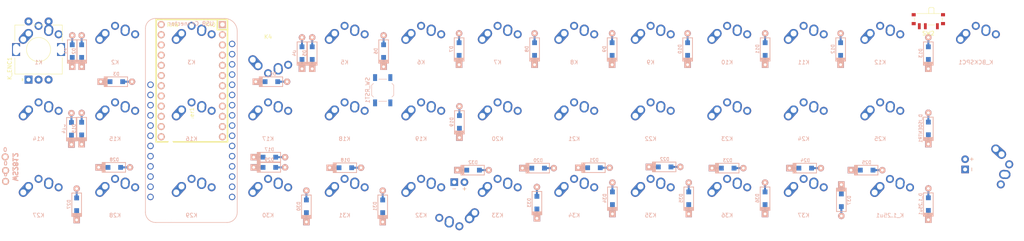
<source format=kicad_pcb>
(kicad_pcb (version 20171130) (host pcbnew "(5.1.5)-3")
  (layers (0 F.Cu signal) (31 B.Cu signal) (34 B.Paste user) (35 F.Paste user) (36 B.SilkS user) (37 F.SilkS user) (38 B.Mask user) (39 F.Mask user) (44 Edge.Cuts user))
  (net 0 "")
  (net 1 "Net-(D1-Pad2)")
  (net 2 "Net-(D2-Pad2)")
  (net 3 "Net-(D3-Pad2)")
  (net 4 "Net-(D4-Pad2)")
  (net 5 "Net-(D5-Pad2)")
  (net 6 "Net-(D6-Pad2)")
  (net 7 "Net-(D7-Pad2)")
  (net 8 "Net-(D8-Pad2)")
  (net 9 "Net-(D9-Pad2)")
  (net 10 "Net-(D10-Pad2)")
  (net 11 "Net-(D11-Pad2)")
  (net 12 "Net-(D12-Pad2)")
  (net 13 "Net-(D13-Pad2)")
  (net 14 "Net-(D14-Pad2)")
  (net 15 "Net-(D15-Pad2)")
  (net 16 "Net-(D16-Pad2)")
  (net 17 "Net-(D17-Pad2)")
  (net 18 "Net-(D18-Pad2)")
  (net 19 "Net-(D19-Pad2)")
  (net 20 "Net-(D20-Pad2)")
  (net 21 "Net-(D21-Pad2)")
  (net 22 "Net-(D22-Pad2)")
  (net 23 "Net-(D23-Pad2)")
  (net 24 "Net-(D24-Pad2)")
  (net 25 "Net-(D25-Pad2)")
  (net 26 "Net-(D27-Pad2)")
  (net 27 "Net-(D28-Pad2)")
  (net 28 "Net-(D29-Pad2)")
  (net 29 "Net-(D30-Pad2)")
  (net 30 "Net-(D31-Pad2)")
  (net 31 "Net-(D32-Pad2)")
  (net 32 "Net-(D33-Pad2)")
  (net 33 "Net-(D34-Pad2)")
  (net 34 "Net-(D35-Pad2)")
  (net 35 "Net-(D36-Pad2)")
  (net 36 "Net-(D37-Pad2)")
  (net 37 RowA)
  (net 38 RowB)
  (net 39 RowC)
  (net 40 ColA)
  (net 41 ColB)
  (net 42 ColC)
  (net 43 ColD)
  (net 44 ColE)
  (net 45 ColF)
  (net 46 ColG)
  (net 47 ColH)
  (net 48 ColI)
  (net 49 ColJ)
  (net 50 "Net-(MCU_Pro_Micr0-Pad3)")
  (net 51 "Net-(MCU_Pro_Micr0-Pad4)")
  (net 52 "Net-(MCU_Pro_Micr0-Pad24)")
  (net 53 "Net-(D_1.25u1-Pad2)")
  (net 54 EncA)
  (net 55 GND)
  (net 56 EncB)
  (net 57 RST)
  (net 58 RowD)
  (net 59 "Net-(D_ISOENTR1-Pad2)")
  (net 60 RGB)
  (net 61 "Net-(MCU_Pro_Micr0-Pad6)")
  (net 62 RGB_PWR)
  (net 63 "Net-(Feather1-Pad1)")
  (net 64 DP1)
  (net 65 "Net-(Feather1-Pad14)")
  (net 66 "Net-(Feather1-Pad15)")
  (net 67 "Net-(Feather1-Pad23)")
  (net 68 "Net-(Feather1-Pad24)")
  (net 69 "Net-(Feather1-Pad25)")
  (net 70 "Net-(Feather1-Pad28)")
  (net 71 "Net-(SW2-Pad3)")
  (module SpaceLib:Adafruit32u4BLE (layer F.Cu) (at 100.584 84.328 270)
    (fp_text reference Feather1 (at 0 0.5 90) (layer F.SilkS))
    (fp_text value Adafruit32u4BLE)
    (fp_text user "USB Connector" (at -24.13 0.635) (layer B.SilkS) (effects (justify mirror)))
    (pad 1 thru_hole circle (at -8.89 10.795 270) (size 1.6 1.6) (drill 1.1) (layers *.Cu *.Mask) (net 63 "Net-(Feather1-Pad1)"))
    (pad 2 thru_hole circle (at -6.35 10.795 270) (size 1.6 1.6) (drill 1.1) (layers *.Cu *.Mask) (net 64 DP1))
    (pad 3 thru_hole circle (at -3.81 10.795 270) (size 1.6 1.6) (drill 1.1) (layers *.Cu *.Mask) (net 62 RGB_PWR))
    (pad 4 thru_hole circle (at -1.27 10.795 270) (size 1.6 1.6) (drill 1.1) (layers *.Cu *.Mask) (net 44 ColE))
    (pad 5 thru_hole circle (at 1.27 10.795 270) (size 1.6 1.6) (drill 1.1) (layers *.Cu *.Mask) (net 43 ColD))
    (pad 6 thru_hole circle (at 3.81 10.795 270) (size 1.6 1.6) (drill 1.1) (layers *.Cu *.Mask) (net 42 ColC))
    (pad 7 thru_hole circle (at 6.35 10.795 270) (size 1.6 1.6) (drill 1.1) (layers *.Cu *.Mask) (net 45 ColF))
    (pad 8 thru_hole circle (at 8.89 10.795 270) (size 1.6 1.6) (drill 1.1) (layers *.Cu *.Mask) (net 46 ColG))
    (pad 9 thru_hole circle (at 11.43 10.795 270) (size 1.6 1.6) (drill 1.1) (layers *.Cu *.Mask) (net 47 ColH))
    (pad 12 thru_hole circle (at 19.05 10.795 270) (size 1.6 1.6) (drill 1.1) (layers *.Cu *.Mask) (net 41 ColB))
    (pad 10 thru_hole circle (at 13.97 10.795 270) (size 1.6 1.6) (drill 1.1) (layers *.Cu *.Mask) (net 48 ColI))
    (pad 11 thru_hole circle (at 16.51 10.795 270) (size 1.6 1.6) (drill 1.1) (layers *.Cu *.Mask) (net 49 ColJ))
    (pad 13 thru_hole circle (at -19.05 -9.525 270) (size 1.6 1.6) (drill 1.1) (layers *.Cu *.Mask) (net 57 RST))
    (pad 14 thru_hole circle (at -16.51 -9.525 270) (size 1.6 1.6) (drill 1.1) (layers *.Cu *.Mask) (net 65 "Net-(Feather1-Pad14)"))
    (pad 15 thru_hole circle (at -13.97 -9.525 270) (size 1.6 1.6) (drill 1.1) (layers *.Cu *.Mask) (net 66 "Net-(Feather1-Pad15)"))
    (pad 16 thru_hole circle (at -11.43 -9.525 270) (size 1.6 1.6) (drill 1.1) (layers *.Cu *.Mask) (net 55 GND))
    (pad 17 thru_hole circle (at -8.89 -9.525 270) (size 1.6 1.6) (drill 1.1) (layers *.Cu *.Mask) (net 54 EncA))
    (pad 18 thru_hole circle (at -6.35 -9.525 270) (size 1.6 1.6) (drill 1.1) (layers *.Cu *.Mask) (net 56 EncB))
    (pad 19 thru_hole circle (at -3.81 -9.525 270) (size 1.6 1.6) (drill 1.1) (layers *.Cu *.Mask) (net 60 RGB))
    (pad 20 thru_hole circle (at -1.27 -9.525 270) (size 1.6 1.6) (drill 1.1) (layers *.Cu *.Mask) (net 37 RowA))
    (pad 21 thru_hole circle (at 1.27 -9.525 270) (size 1.6 1.6) (drill 1.1) (layers *.Cu *.Mask) (net 38 RowB))
    (pad 22 thru_hole circle (at 3.81 -9.525 270) (size 1.6 1.6) (drill 1.1) (layers *.Cu *.Mask) (net 39 RowC))
    (pad 23 thru_hole circle (at 6.35 -9.525 270) (size 1.6 1.6) (drill 1.1) (layers *.Cu *.Mask) (net 67 "Net-(Feather1-Pad23)"))
    (pad 24 thru_hole circle (at 8.89 -9.525 270) (size 1.6 1.6) (drill 1.1) (layers *.Cu *.Mask) (net 68 "Net-(Feather1-Pad24)"))
    (pad 25 thru_hole circle (at 11.43 -9.525 270) (size 1.6 1.6) (drill 1.1) (layers *.Cu *.Mask) (net 69 "Net-(Feather1-Pad25)"))
    (pad 26 thru_hole circle (at 13.97 -9.525 270) (size 1.6 1.6) (drill 1.1) (layers *.Cu *.Mask) (net 58 RowD))
    (pad 27 thru_hole circle (at 16.51 -9.525 270) (size 1.6 1.6) (drill 1.1) (layers *.Cu *.Mask) (net 40 ColA))
    (pad 28 thru_hole circle (at 19.05 -9.525 270) (size 1.6 1.6) (drill 1.1) (layers *.Cu *.Mask) (net 70 "Net-(Feather1-Pad28)"))
  )
  (module keyboard_parts:D_SOD123_axial (layer B.Cu) (at 127.508 67.564 90)
    (fp_text reference D4 (at 0 -1.925 90) (layer B.SilkS) (effects (font (size 0.8 0.8)) (justify mirror)))
    (fp_text value D hide)
    (pad 2 smd rect (at 2.7 0 90) (size 2.5 0.5) (layers B.Cu) (net 4 "Net-(D4-Pad2)"))
    (pad 1 smd rect (at -2.7 0 90) (size 2.5 0.5) (layers B.Cu) (net 37 RowA))
    (pad 2 thru_hole circle (at 3.9 0 90) (size 1.6 1.6) (drill 0.7) (layers *.Cu *.Mask B.SilkS) (net 4 "Net-(D4-Pad2)"))
    (pad 1 thru_hole rect (at -3.9 0 90) (size 1.6 1.6) (drill 0.7) (layers *.Cu *.Mask B.SilkS) (net 37 RowA))
    (pad 1 smd rect (at -1.575 0 90) (size 1.2 1.2) (layers B.Cu B.Paste B.Mask) (net 37 RowA))
    (pad 2 smd rect (at 1.575 0 90) (size 1.2 1.2) (layers B.Cu B.Paste B.Mask) (net 4 "Net-(D4-Pad2)"))
  )
  (module Keebio-Parts:ArduinoProMicro-BackSide (layer B.Cu) (at 100.076 74.422 270)
    (fp_text reference MCU_Pro_Micr0 hide)
    (fp_text value ProMicro hide)
    (fp_text user RAW (at -13.9 4.7) (layer F.SilkS))
    (fp_text user TX0 (at -13.9 -4.6) (layer F.SilkS))
    (pad 24 thru_hole circle (at -13.97 7.62 270) (size 1.7526 1.7526) (drill 1.0922) (layers *.Cu *.SilkS *.Mask) (net 52 "Net-(MCU_Pro_Micr0-Pad24)"))
    (pad 12 thru_hole circle (at 13.97 -7.62 270) (size 1.7526 1.7526) (drill 1.0922) (layers *.Cu *.SilkS *.Mask) (net 41 ColB))
    (pad 23 thru_hole circle (at -11.43 7.62 270) (size 1.7526 1.7526) (drill 1.0922) (layers *.Cu *.SilkS *.Mask) (net 55 GND))
    (pad 22 thru_hole circle (at -8.89 7.62 270) (size 1.7526 1.7526) (drill 1.0922) (layers *.Cu *.SilkS *.Mask) (net 57 RST))
    (pad 21 thru_hole circle (at -6.35 7.62 270) (size 1.7526 1.7526) (drill 1.0922) (layers *.Cu *.SilkS *.Mask) (net 62 RGB_PWR))
    (pad 20 thru_hole circle (at -3.81 7.62 270) (size 1.7526 1.7526) (drill 1.0922) (layers *.Cu *.SilkS *.Mask) (net 44 ColE))
    (pad 19 thru_hole circle (at -1.27 7.62 270) (size 1.7526 1.7526) (drill 1.0922) (layers *.Cu *.SilkS *.Mask) (net 43 ColD))
    (pad 18 thru_hole circle (at 1.27 7.62 270) (size 1.7526 1.7526) (drill 1.0922) (layers *.Cu *.SilkS *.Mask) (net 42 ColC))
    (pad 17 thru_hole circle (at 3.81 7.62 270) (size 1.7526 1.7526) (drill 1.0922) (layers *.Cu *.SilkS *.Mask) (net 45 ColF))
    (pad 16 thru_hole circle (at 6.35 7.62 270) (size 1.7526 1.7526) (drill 1.0922) (layers *.Cu *.SilkS *.Mask) (net 46 ColG))
    (pad 15 thru_hole circle (at 8.89 7.62 270) (size 1.7526 1.7526) (drill 1.0922) (layers *.Cu *.SilkS *.Mask) (net 47 ColH))
    (pad 14 thru_hole circle (at 11.43 7.62 270) (size 1.7526 1.7526) (drill 1.0922) (layers *.Cu *.SilkS *.Mask) (net 48 ColI))
    (pad 13 thru_hole circle (at 13.97 7.62 270) (size 1.7526 1.7526) (drill 1.0922) (layers *.Cu *.SilkS *.Mask) (net 49 ColJ))
    (pad 11 thru_hole circle (at 11.43 -7.62 270) (size 1.7526 1.7526) (drill 1.0922) (layers *.Cu *.SilkS *.Mask) (net 40 ColA))
    (pad 10 thru_hole circle (at 8.89 -7.62 270) (size 1.7526 1.7526) (drill 1.0922) (layers *.Cu *.SilkS *.Mask) (net 58 RowD))
    (pad 9 thru_hole circle (at 6.35 -7.62 270) (size 1.7526 1.7526) (drill 1.0922) (layers *.Cu *.SilkS *.Mask) (net 39 RowC))
    (pad 8 thru_hole circle (at 3.81 -7.62 270) (size 1.7526 1.7526) (drill 1.0922) (layers *.Cu *.SilkS *.Mask) (net 38 RowB))
    (pad 7 thru_hole circle (at 1.27 -7.62 270) (size 1.7526 1.7526) (drill 1.0922) (layers *.Cu *.SilkS *.Mask) (net 37 RowA))
    (pad 6 thru_hole circle (at -1.27 -7.62 270) (size 1.7526 1.7526) (drill 1.0922) (layers *.Cu *.SilkS *.Mask) (net 61 "Net-(MCU_Pro_Micr0-Pad6)"))
    (pad 5 thru_hole circle (at -3.81 -7.62 270) (size 1.7526 1.7526) (drill 1.0922) (layers *.Cu *.SilkS *.Mask) (net 60 RGB))
    (pad 4 thru_hole circle (at -6.35 -7.62 270) (size 1.7526 1.7526) (drill 1.0922) (layers *.Cu *.SilkS *.Mask) (net 51 "Net-(MCU_Pro_Micr0-Pad4)"))
    (pad 3 thru_hole circle (at -8.89 -7.62 270) (size 1.7526 1.7526) (drill 1.0922) (layers *.Cu *.SilkS *.Mask) (net 50 "Net-(MCU_Pro_Micr0-Pad3)"))
    (pad 2 thru_hole circle (at -11.43 -7.62 270) (size 1.7526 1.7526) (drill 1.0922) (layers *.Cu *.SilkS *.Mask) (net 56 EncB))
    (pad 1 thru_hole rect (at -13.97 -7.62 270) (size 1.7526 1.7526) (drill 1.0922) (layers *.Cu *.SilkS *.Mask) (net 54 EncA))
  )
  (module keyboard_parts:D_SOD123_axial (layer B.Cu) (at 70.3 67.056 90)
    (fp_text reference D1 (at 0 -1.925 90) (layer B.SilkS) (effects (font (size 0.8 0.8)) (justify mirror)))
    (fp_text value D hide)
    (pad 2 smd rect (at 2.7 0 90) (size 2.5 0.5) (layers B.Cu) (net 1 "Net-(D1-Pad2)"))
    (pad 1 smd rect (at -2.7 0 90) (size 2.5 0.5) (layers B.Cu) (net 37 RowA))
    (pad 2 thru_hole circle (at 3.9 0 90) (size 1.6 1.6) (drill 0.7) (layers *.Cu *.Mask B.SilkS) (net 1 "Net-(D1-Pad2)"))
    (pad 1 thru_hole rect (at -3.9 0 90) (size 1.6 1.6) (drill 0.7) (layers *.Cu *.Mask B.SilkS) (net 37 RowA))
    (pad 1 smd rect (at -1.575 0 90) (size 1.2 1.2) (layers B.Cu B.Paste B.Mask) (net 37 RowA))
    (pad 2 smd rect (at 1.575 0 90) (size 1.2 1.2) (layers B.Cu B.Paste B.Mask) (net 1 "Net-(D1-Pad2)"))
  )
  (module keyboard_parts:D_SOD123_axial (layer B.Cu) (at 72.644 67.056 90)
    (fp_text reference D2 (at 0 -1.925 90) (layer B.SilkS) (effects (font (size 0.8 0.8)) (justify mirror)))
    (fp_text value D hide)
    (pad 2 smd rect (at 2.7 0 90) (size 2.5 0.5) (layers B.Cu) (net 2 "Net-(D2-Pad2)"))
    (pad 1 smd rect (at -2.7 0 90) (size 2.5 0.5) (layers B.Cu) (net 37 RowA))
    (pad 2 thru_hole circle (at 3.9 0 90) (size 1.6 1.6) (drill 0.7) (layers *.Cu *.Mask B.SilkS) (net 2 "Net-(D2-Pad2)"))
    (pad 1 thru_hole rect (at -3.9 0 90) (size 1.6 1.6) (drill 0.7) (layers *.Cu *.Mask B.SilkS) (net 37 RowA))
    (pad 1 smd rect (at -1.575 0 90) (size 1.2 1.2) (layers B.Cu B.Paste B.Mask) (net 37 RowA))
    (pad 2 smd rect (at 1.575 0 90) (size 1.2 1.2) (layers B.Cu B.Paste B.Mask) (net 2 "Net-(D2-Pad2)"))
  )
  (module keyboard_parts:D_SOD123_axial (layer B.Cu) (at 81.28 74.676)
    (fp_text reference D3 (at 0 -1.925) (layer B.SilkS) (effects (font (size 0.8 0.8)) (justify mirror)))
    (fp_text value D hide)
    (pad 2 smd rect (at 2.7 0) (size 2.5 0.5) (layers B.Cu) (net 3 "Net-(D3-Pad2)"))
    (pad 1 smd rect (at -2.7 0) (size 2.5 0.5) (layers B.Cu) (net 37 RowA))
    (pad 2 thru_hole circle (at 3.9 0) (size 1.6 1.6) (drill 0.7) (layers *.Cu *.Mask B.SilkS) (net 3 "Net-(D3-Pad2)"))
    (pad 1 thru_hole rect (at -3.9 0) (size 1.6 1.6) (drill 0.7) (layers *.Cu *.Mask B.SilkS) (net 37 RowA))
    (pad 1 smd rect (at -1.575 0) (size 1.2 1.2) (layers B.Cu B.Paste B.Mask) (net 37 RowA))
    (pad 2 smd rect (at 1.575 0) (size 1.2 1.2) (layers B.Cu B.Paste B.Mask) (net 3 "Net-(D3-Pad2)"))
  )
  (module keyboard_parts:D_SOD123_axial (layer B.Cu) (at 130.048 67.564 90)
    (fp_text reference D5 (at 0 -1.925 90) (layer B.SilkS) (effects (font (size 0.8 0.8)) (justify mirror)))
    (fp_text value D hide)
    (pad 2 smd rect (at 2.7 0 90) (size 2.5 0.5) (layers B.Cu) (net 5 "Net-(D5-Pad2)"))
    (pad 1 smd rect (at -2.7 0 90) (size 2.5 0.5) (layers B.Cu) (net 37 RowA))
    (pad 2 thru_hole circle (at 3.9 0 90) (size 1.6 1.6) (drill 0.7) (layers *.Cu *.Mask B.SilkS) (net 5 "Net-(D5-Pad2)"))
    (pad 1 thru_hole rect (at -3.9 0 90) (size 1.6 1.6) (drill 0.7) (layers *.Cu *.Mask B.SilkS) (net 37 RowA))
    (pad 1 smd rect (at -1.575 0 90) (size 1.2 1.2) (layers B.Cu B.Paste B.Mask) (net 37 RowA))
    (pad 2 smd rect (at 1.575 0 90) (size 1.2 1.2) (layers B.Cu B.Paste B.Mask) (net 5 "Net-(D5-Pad2)"))
  )
  (module keyboard_parts:D_SOD123_axial (layer B.Cu) (at 147.828 67.056 90)
    (fp_text reference D6 (at 0 -1.925 90) (layer B.SilkS) (effects (font (size 0.8 0.8)) (justify mirror)))
    (fp_text value D hide)
    (pad 2 smd rect (at 1.575 0 90) (size 1.2 1.2) (layers B.Cu B.Paste B.Mask) (net 6 "Net-(D6-Pad2)"))
    (pad 1 smd rect (at -1.575 0 90) (size 1.2 1.2) (layers B.Cu B.Paste B.Mask) (net 37 RowA))
    (pad 1 thru_hole rect (at -3.9 0 90) (size 1.6 1.6) (drill 0.7) (layers *.Cu *.Mask B.SilkS) (net 37 RowA))
    (pad 2 thru_hole circle (at 3.9 0 90) (size 1.6 1.6) (drill 0.7) (layers *.Cu *.Mask B.SilkS) (net 6 "Net-(D6-Pad2)"))
    (pad 1 smd rect (at -2.7 0 90) (size 2.5 0.5) (layers B.Cu) (net 37 RowA))
    (pad 2 smd rect (at 2.7 0 90) (size 2.5 0.5) (layers B.Cu) (net 6 "Net-(D6-Pad2)"))
  )
  (module keyboard_parts:D_SOD123_axial (layer B.Cu) (at 166.624 66.548 90)
    (fp_text reference D7 (at 0 -1.925 90) (layer B.SilkS) (effects (font (size 0.8 0.8)) (justify mirror)))
    (fp_text value D hide)
    (pad 2 smd rect (at 1.575 0 90) (size 1.2 1.2) (layers B.Cu B.Paste B.Mask) (net 7 "Net-(D7-Pad2)"))
    (pad 1 smd rect (at -1.575 0 90) (size 1.2 1.2) (layers B.Cu B.Paste B.Mask) (net 37 RowA))
    (pad 1 thru_hole rect (at -3.9 0 90) (size 1.6 1.6) (drill 0.7) (layers *.Cu *.Mask B.SilkS) (net 37 RowA))
    (pad 2 thru_hole circle (at 3.9 0 90) (size 1.6 1.6) (drill 0.7) (layers *.Cu *.Mask B.SilkS) (net 7 "Net-(D7-Pad2)"))
    (pad 1 smd rect (at -2.7 0 90) (size 2.5 0.5) (layers B.Cu) (net 37 RowA))
    (pad 2 smd rect (at 2.7 0 90) (size 2.5 0.5) (layers B.Cu) (net 7 "Net-(D7-Pad2)"))
  )
  (module keyboard_parts:D_SOD123_axial (layer B.Cu) (at 185.42 66.548 90)
    (fp_text reference D8 (at 0 -1.925 90) (layer B.SilkS) (effects (font (size 0.8 0.8)) (justify mirror)))
    (fp_text value D hide)
    (pad 2 smd rect (at 1.575 0 90) (size 1.2 1.2) (layers B.Cu B.Paste B.Mask) (net 8 "Net-(D8-Pad2)"))
    (pad 1 smd rect (at -1.575 0 90) (size 1.2 1.2) (layers B.Cu B.Paste B.Mask) (net 37 RowA))
    (pad 1 thru_hole rect (at -3.9 0 90) (size 1.6 1.6) (drill 0.7) (layers *.Cu *.Mask B.SilkS) (net 37 RowA))
    (pad 2 thru_hole circle (at 3.9 0 90) (size 1.6 1.6) (drill 0.7) (layers *.Cu *.Mask B.SilkS) (net 8 "Net-(D8-Pad2)"))
    (pad 1 smd rect (at -2.7 0 90) (size 2.5 0.5) (layers B.Cu) (net 37 RowA))
    (pad 2 smd rect (at 2.7 0 90) (size 2.5 0.5) (layers B.Cu) (net 8 "Net-(D8-Pad2)"))
  )
  (module keyboard_parts:D_SOD123_axial (layer B.Cu) (at 204.724 66.548 90)
    (fp_text reference D9 (at 0 -1.925 90) (layer B.SilkS) (effects (font (size 0.8 0.8)) (justify mirror)))
    (fp_text value D hide)
    (pad 2 smd rect (at 1.575 0 90) (size 1.2 1.2) (layers B.Cu B.Paste B.Mask) (net 9 "Net-(D9-Pad2)"))
    (pad 1 smd rect (at -1.575 0 90) (size 1.2 1.2) (layers B.Cu B.Paste B.Mask) (net 37 RowA))
    (pad 1 thru_hole rect (at -3.9 0 90) (size 1.6 1.6) (drill 0.7) (layers *.Cu *.Mask B.SilkS) (net 37 RowA))
    (pad 2 thru_hole circle (at 3.9 0 90) (size 1.6 1.6) (drill 0.7) (layers *.Cu *.Mask B.SilkS) (net 9 "Net-(D9-Pad2)"))
    (pad 1 smd rect (at -2.7 0 90) (size 2.5 0.5) (layers B.Cu) (net 37 RowA))
    (pad 2 smd rect (at 2.7 0 90) (size 2.5 0.5) (layers B.Cu) (net 9 "Net-(D9-Pad2)"))
  )
  (module keyboard_parts:D_SOD123_axial (layer B.Cu) (at 223.52 66.548 90)
    (fp_text reference D10 (at 0 -1.925 90) (layer B.SilkS) (effects (font (size 0.8 0.8)) (justify mirror)))
    (fp_text value D hide)
    (pad 2 smd rect (at 1.575 0 90) (size 1.2 1.2) (layers B.Cu B.Paste B.Mask) (net 10 "Net-(D10-Pad2)"))
    (pad 1 smd rect (at -1.575 0 90) (size 1.2 1.2) (layers B.Cu B.Paste B.Mask) (net 37 RowA))
    (pad 1 thru_hole rect (at -3.9 0 90) (size 1.6 1.6) (drill 0.7) (layers *.Cu *.Mask B.SilkS) (net 37 RowA))
    (pad 2 thru_hole circle (at 3.9 0 90) (size 1.6 1.6) (drill 0.7) (layers *.Cu *.Mask B.SilkS) (net 10 "Net-(D10-Pad2)"))
    (pad 1 smd rect (at -2.7 0 90) (size 2.5 0.5) (layers B.Cu) (net 37 RowA))
    (pad 2 smd rect (at 2.7 0 90) (size 2.5 0.5) (layers B.Cu) (net 10 "Net-(D10-Pad2)"))
  )
  (module keyboard_parts:D_SOD123_axial (layer B.Cu) (at 242.824 66.548 90)
    (fp_text reference D11 (at 0 -1.925 90) (layer B.SilkS) (effects (font (size 0.8 0.8)) (justify mirror)))
    (fp_text value D hide)
    (pad 2 smd rect (at 1.575 0 90) (size 1.2 1.2) (layers B.Cu B.Paste B.Mask) (net 11 "Net-(D11-Pad2)"))
    (pad 1 smd rect (at -1.575 0 90) (size 1.2 1.2) (layers B.Cu B.Paste B.Mask) (net 58 RowD))
    (pad 1 thru_hole rect (at -3.9 0 90) (size 1.6 1.6) (drill 0.7) (layers *.Cu *.Mask B.SilkS) (net 58 RowD))
    (pad 2 thru_hole circle (at 3.9 0 90) (size 1.6 1.6) (drill 0.7) (layers *.Cu *.Mask B.SilkS) (net 11 "Net-(D11-Pad2)"))
    (pad 1 smd rect (at -2.7 0 90) (size 2.5 0.5) (layers B.Cu) (net 58 RowD))
    (pad 2 smd rect (at 2.7 0 90) (size 2.5 0.5) (layers B.Cu) (net 11 "Net-(D11-Pad2)"))
  )
  (module keyboard_parts:D_SOD123_axial (layer B.Cu) (at 261.62 66.548 90)
    (fp_text reference D12 (at 0 -1.925 90) (layer B.SilkS) (effects (font (size 0.8 0.8)) (justify mirror)))
    (fp_text value D hide)
    (pad 2 smd rect (at 1.575 0 90) (size 1.2 1.2) (layers B.Cu B.Paste B.Mask) (net 12 "Net-(D12-Pad2)"))
    (pad 1 smd rect (at -1.575 0 90) (size 1.2 1.2) (layers B.Cu B.Paste B.Mask) (net 58 RowD))
    (pad 1 thru_hole rect (at -3.9 0 90) (size 1.6 1.6) (drill 0.7) (layers *.Cu *.Mask B.SilkS) (net 58 RowD))
    (pad 2 thru_hole circle (at 3.9 0 90) (size 1.6 1.6) (drill 0.7) (layers *.Cu *.Mask B.SilkS) (net 12 "Net-(D12-Pad2)"))
    (pad 1 smd rect (at -2.7 0 90) (size 2.5 0.5) (layers B.Cu) (net 58 RowD))
    (pad 2 smd rect (at 2.7 0 90) (size 2.5 0.5) (layers B.Cu) (net 12 "Net-(D12-Pad2)"))
  )
  (module keyboard_parts:D_SOD123_axial (layer B.Cu) (at 283.464 67.564 90)
    (fp_text reference D13 (at 0 -1.925 90) (layer B.SilkS) (effects (font (size 0.8 0.8)) (justify mirror)))
    (fp_text value D hide)
    (pad 2 smd rect (at 1.575 0 90) (size 1.2 1.2) (layers B.Cu B.Paste B.Mask) (net 13 "Net-(D13-Pad2)"))
    (pad 1 smd rect (at -1.575 0 90) (size 1.2 1.2) (layers B.Cu B.Paste B.Mask) (net 58 RowD))
    (pad 1 thru_hole rect (at -3.9 0 90) (size 1.6 1.6) (drill 0.7) (layers *.Cu *.Mask B.SilkS) (net 58 RowD))
    (pad 2 thru_hole circle (at 3.9 0 90) (size 1.6 1.6) (drill 0.7) (layers *.Cu *.Mask B.SilkS) (net 13 "Net-(D13-Pad2)"))
    (pad 1 smd rect (at -2.7 0 90) (size 2.5 0.5) (layers B.Cu) (net 58 RowD))
    (pad 2 smd rect (at 2.7 0 90) (size 2.5 0.5) (layers B.Cu) (net 13 "Net-(D13-Pad2)"))
  )
  (module keyboard_parts:D_SOD123_axial (layer B.Cu) (at 70.104 86.411 90)
    (fp_text reference D14 (at 0 -1.925 270) (layer B.SilkS) (effects (font (size 0.8 0.8)) (justify mirror)))
    (fp_text value D hide)
    (pad 2 smd rect (at 1.575 0 90) (size 1.2 1.2) (layers B.Cu B.Paste B.Mask) (net 14 "Net-(D14-Pad2)"))
    (pad 1 smd rect (at -1.575 0 90) (size 1.2 1.2) (layers B.Cu B.Paste B.Mask) (net 38 RowB))
    (pad 1 thru_hole rect (at -3.9 0 90) (size 1.6 1.6) (drill 0.7) (layers *.Cu *.Mask B.SilkS) (net 38 RowB))
    (pad 2 thru_hole circle (at 3.9 0 90) (size 1.6 1.6) (drill 0.7) (layers *.Cu *.Mask B.SilkS) (net 14 "Net-(D14-Pad2)"))
    (pad 1 smd rect (at -2.7 0 90) (size 2.5 0.5) (layers B.Cu) (net 38 RowB))
    (pad 2 smd rect (at 2.7 0 90) (size 2.5 0.5) (layers B.Cu) (net 14 "Net-(D14-Pad2)"))
  )
  (module keyboard_parts:D_SOD123_axial (layer B.Cu) (at 72.644 86.36 90)
    (fp_text reference D15 (at 0 -1.925 90) (layer B.SilkS) (effects (font (size 0.8 0.8)) (justify mirror)))
    (fp_text value D hide)
    (pad 2 smd rect (at 1.575 0 90) (size 1.2 1.2) (layers B.Cu B.Paste B.Mask) (net 15 "Net-(D15-Pad2)"))
    (pad 1 smd rect (at -1.575 0 90) (size 1.2 1.2) (layers B.Cu B.Paste B.Mask) (net 38 RowB))
    (pad 1 thru_hole rect (at -3.9 0 90) (size 1.6 1.6) (drill 0.7) (layers *.Cu *.Mask B.SilkS) (net 38 RowB))
    (pad 2 thru_hole circle (at 3.9 0 90) (size 1.6 1.6) (drill 0.7) (layers *.Cu *.Mask B.SilkS) (net 15 "Net-(D15-Pad2)"))
    (pad 1 smd rect (at -2.7 0 90) (size 2.5 0.5) (layers B.Cu) (net 38 RowB))
    (pad 2 smd rect (at 2.7 0 90) (size 2.5 0.5) (layers B.Cu) (net 15 "Net-(D15-Pad2)"))
  )
  (module keyboard_parts:D_SOD123_axial (layer B.Cu) (at 119.888 74.676)
    (fp_text reference D16 (at 0 -1.925) (layer B.SilkS) (effects (font (size 0.8 0.8)) (justify mirror)))
    (fp_text value D hide)
    (pad 2 smd rect (at 1.575 0) (size 1.2 1.2) (layers B.Cu B.Paste B.Mask) (net 16 "Net-(D16-Pad2)"))
    (pad 1 smd rect (at -1.575 0) (size 1.2 1.2) (layers B.Cu B.Paste B.Mask) (net 38 RowB))
    (pad 1 thru_hole rect (at -3.9 0) (size 1.6 1.6) (drill 0.7) (layers *.Cu *.Mask B.SilkS) (net 38 RowB))
    (pad 2 thru_hole circle (at 3.9 0) (size 1.6 1.6) (drill 0.7) (layers *.Cu *.Mask B.SilkS) (net 16 "Net-(D16-Pad2)"))
    (pad 1 smd rect (at -2.7 0) (size 2.5 0.5) (layers B.Cu) (net 38 RowB))
    (pad 2 smd rect (at 2.7 0) (size 2.5 0.5) (layers B.Cu) (net 16 "Net-(D16-Pad2)"))
  )
  (module keyboard_parts:D_SOD123_axial (layer B.Cu) (at 119.38 93.472)
    (fp_text reference D17 (at 0 -1.925) (layer B.SilkS) (effects (font (size 0.8 0.8)) (justify mirror)))
    (fp_text value D hide)
    (pad 2 smd rect (at 1.575 0) (size 1.2 1.2) (layers B.Cu B.Paste B.Mask) (net 17 "Net-(D17-Pad2)"))
    (pad 1 smd rect (at -1.575 0) (size 1.2 1.2) (layers B.Cu B.Paste B.Mask) (net 38 RowB))
    (pad 1 thru_hole rect (at -3.9 0) (size 1.6 1.6) (drill 0.7) (layers *.Cu *.Mask B.SilkS) (net 38 RowB))
    (pad 2 thru_hole circle (at 3.9 0) (size 1.6 1.6) (drill 0.7) (layers *.Cu *.Mask B.SilkS) (net 17 "Net-(D17-Pad2)"))
    (pad 1 smd rect (at -2.7 0) (size 2.5 0.5) (layers B.Cu) (net 38 RowB))
    (pad 2 smd rect (at 2.7 0) (size 2.5 0.5) (layers B.Cu) (net 17 "Net-(D17-Pad2)"))
  )
  (module keyboard_parts:D_SOD123_axial (layer B.Cu) (at 138.3 96.1)
    (fp_text reference D18 (at 0 -1.925) (layer B.SilkS) (effects (font (size 0.8 0.8)) (justify mirror)))
    (fp_text value D hide)
    (pad 2 smd rect (at 1.575 0) (size 1.2 1.2) (layers B.Cu B.Paste B.Mask) (net 18 "Net-(D18-Pad2)"))
    (pad 1 smd rect (at -1.575 0) (size 1.2 1.2) (layers B.Cu B.Paste B.Mask) (net 38 RowB))
    (pad 1 thru_hole rect (at -3.9 0) (size 1.6 1.6) (drill 0.7) (layers *.Cu *.Mask B.SilkS) (net 38 RowB))
    (pad 2 thru_hole circle (at 3.9 0) (size 1.6 1.6) (drill 0.7) (layers *.Cu *.Mask B.SilkS) (net 18 "Net-(D18-Pad2)"))
    (pad 1 smd rect (at -2.7 0) (size 2.5 0.5) (layers B.Cu) (net 38 RowB))
    (pad 2 smd rect (at 2.7 0) (size 2.5 0.5) (layers B.Cu) (net 18 "Net-(D18-Pad2)"))
  )
  (module keyboard_parts:D_SOD123_axial (layer B.Cu) (at 166.7 84.7 90)
    (fp_text reference D19 (at 0 -1.925 90) (layer B.SilkS) (effects (font (size 0.8 0.8)) (justify mirror)))
    (fp_text value D hide)
    (pad 2 smd rect (at 1.575 0 90) (size 1.2 1.2) (layers B.Cu B.Paste B.Mask) (net 19 "Net-(D19-Pad2)"))
    (pad 1 smd rect (at -1.575 0 90) (size 1.2 1.2) (layers B.Cu B.Paste B.Mask) (net 38 RowB))
    (pad 1 thru_hole rect (at -3.9 0 90) (size 1.6 1.6) (drill 0.7) (layers *.Cu *.Mask B.SilkS) (net 38 RowB))
    (pad 2 thru_hole circle (at 3.9 0 90) (size 1.6 1.6) (drill 0.7) (layers *.Cu *.Mask B.SilkS) (net 19 "Net-(D19-Pad2)"))
    (pad 1 smd rect (at -2.7 0 90) (size 2.5 0.5) (layers B.Cu) (net 38 RowB))
    (pad 2 smd rect (at 2.7 0 90) (size 2.5 0.5) (layers B.Cu) (net 19 "Net-(D19-Pad2)"))
  )
  (module keyboard_parts:D_SOD123_axial (layer B.Cu) (at 186.3 96.2)
    (fp_text reference D20 (at 0 -1.925) (layer B.SilkS) (effects (font (size 0.8 0.8)) (justify mirror)))
    (fp_text value D hide)
    (pad 2 smd rect (at 1.575 0) (size 1.2 1.2) (layers B.Cu B.Paste B.Mask) (net 20 "Net-(D20-Pad2)"))
    (pad 1 smd rect (at -1.575 0) (size 1.2 1.2) (layers B.Cu B.Paste B.Mask) (net 38 RowB))
    (pad 1 thru_hole rect (at -3.9 0) (size 1.6 1.6) (drill 0.7) (layers *.Cu *.Mask B.SilkS) (net 38 RowB))
    (pad 2 thru_hole circle (at 3.9 0) (size 1.6 1.6) (drill 0.7) (layers *.Cu *.Mask B.SilkS) (net 20 "Net-(D20-Pad2)"))
    (pad 1 smd rect (at -2.7 0) (size 2.5 0.5) (layers B.Cu) (net 38 RowB))
    (pad 2 smd rect (at 2.7 0) (size 2.5 0.5) (layers B.Cu) (net 20 "Net-(D20-Pad2)"))
  )
  (module keyboard_parts:D_SOD123_axial (layer B.Cu) (at 200.2 96.1)
    (fp_text reference D21 (at 0 -1.925) (layer B.SilkS) (effects (font (size 0.8 0.8)) (justify mirror)))
    (fp_text value D hide)
    (pad 2 smd rect (at 2.7 0) (size 2.5 0.5) (layers B.Cu) (net 21 "Net-(D21-Pad2)"))
    (pad 1 smd rect (at -2.7 0) (size 2.5 0.5) (layers B.Cu) (net 38 RowB))
    (pad 2 thru_hole circle (at 3.9 0) (size 1.6 1.6) (drill 0.7) (layers *.Cu *.Mask B.SilkS) (net 21 "Net-(D21-Pad2)"))
    (pad 1 thru_hole rect (at -3.9 0) (size 1.6 1.6) (drill 0.7) (layers *.Cu *.Mask B.SilkS) (net 38 RowB))
    (pad 1 smd rect (at -1.575 0) (size 1.2 1.2) (layers B.Cu B.Paste B.Mask) (net 38 RowB))
    (pad 2 smd rect (at 1.575 0) (size 1.2 1.2) (layers B.Cu B.Paste B.Mask) (net 21 "Net-(D21-Pad2)"))
  )
  (module keyboard_parts:D_SOD123_axial (layer B.Cu) (at 217.8 95.9)
    (fp_text reference D22 (at 0 -1.925) (layer B.SilkS) (effects (font (size 0.8 0.8)) (justify mirror)))
    (fp_text value D hide)
    (pad 2 smd rect (at 2.7 0) (size 2.5 0.5) (layers B.Cu) (net 22 "Net-(D22-Pad2)"))
    (pad 1 smd rect (at -2.7 0) (size 2.5 0.5) (layers B.Cu) (net 38 RowB))
    (pad 2 thru_hole circle (at 3.9 0) (size 1.6 1.6) (drill 0.7) (layers *.Cu *.Mask B.SilkS) (net 22 "Net-(D22-Pad2)"))
    (pad 1 thru_hole rect (at -3.9 0) (size 1.6 1.6) (drill 0.7) (layers *.Cu *.Mask B.SilkS) (net 38 RowB))
    (pad 1 smd rect (at -1.575 0) (size 1.2 1.2) (layers B.Cu B.Paste B.Mask) (net 38 RowB))
    (pad 2 smd rect (at 1.575 0) (size 1.2 1.2) (layers B.Cu B.Paste B.Mask) (net 22 "Net-(D22-Pad2)"))
  )
  (module keyboard_parts:D_SOD123_axial (layer B.Cu) (at 233.5 96.2)
    (fp_text reference D23 (at 0 -1.925) (layer B.SilkS) (effects (font (size 0.8 0.8)) (justify mirror)))
    (fp_text value D hide)
    (pad 2 smd rect (at 2.7 0) (size 2.5 0.5) (layers B.Cu) (net 23 "Net-(D23-Pad2)"))
    (pad 1 smd rect (at -2.7 0) (size 2.5 0.5) (layers B.Cu) (net 38 RowB))
    (pad 2 thru_hole circle (at 3.9 0) (size 1.6 1.6) (drill 0.7) (layers *.Cu *.Mask B.SilkS) (net 23 "Net-(D23-Pad2)"))
    (pad 1 thru_hole rect (at -3.9 0) (size 1.6 1.6) (drill 0.7) (layers *.Cu *.Mask B.SilkS) (net 38 RowB))
    (pad 1 smd rect (at -1.575 0) (size 1.2 1.2) (layers B.Cu B.Paste B.Mask) (net 38 RowB))
    (pad 2 smd rect (at 1.575 0) (size 1.2 1.2) (layers B.Cu B.Paste B.Mask) (net 23 "Net-(D23-Pad2)"))
  )
  (module keyboard_parts:D_SOD123_axial (layer B.Cu) (at 252.8 96.2)
    (fp_text reference D24 (at 0 -1.925) (layer B.SilkS) (effects (font (size 0.8 0.8)) (justify mirror)))
    (fp_text value D hide)
    (pad 2 smd rect (at 2.7 0) (size 2.5 0.5) (layers B.Cu) (net 24 "Net-(D24-Pad2)"))
    (pad 1 smd rect (at -2.7 0) (size 2.5 0.5) (layers B.Cu) (net 58 RowD))
    (pad 2 thru_hole circle (at 3.9 0) (size 1.6 1.6) (drill 0.7) (layers *.Cu *.Mask B.SilkS) (net 24 "Net-(D24-Pad2)"))
    (pad 1 thru_hole rect (at -3.9 0) (size 1.6 1.6) (drill 0.7) (layers *.Cu *.Mask B.SilkS) (net 58 RowD))
    (pad 1 smd rect (at -1.575 0) (size 1.2 1.2) (layers B.Cu B.Paste B.Mask) (net 58 RowD))
    (pad 2 smd rect (at 1.575 0) (size 1.2 1.2) (layers B.Cu B.Paste B.Mask) (net 24 "Net-(D24-Pad2)"))
  )
  (module keyboard_parts:D_SOD123_axial (layer B.Cu) (at 268.1 96.7)
    (fp_text reference D25 (at 0 -1.925) (layer B.SilkS) (effects (font (size 0.8 0.8)) (justify mirror)))
    (fp_text value D hide)
    (pad 2 smd rect (at 2.7 0) (size 2.5 0.5) (layers B.Cu) (net 25 "Net-(D25-Pad2)"))
    (pad 1 smd rect (at -2.7 0) (size 2.5 0.5) (layers B.Cu) (net 58 RowD))
    (pad 2 thru_hole circle (at 3.9 0) (size 1.6 1.6) (drill 0.7) (layers *.Cu *.Mask B.SilkS) (net 25 "Net-(D25-Pad2)"))
    (pad 1 thru_hole rect (at -3.9 0) (size 1.6 1.6) (drill 0.7) (layers *.Cu *.Mask B.SilkS) (net 58 RowD))
    (pad 1 smd rect (at -1.575 0) (size 1.2 1.2) (layers B.Cu B.Paste B.Mask) (net 58 RowD))
    (pad 2 smd rect (at 1.575 0) (size 1.2 1.2) (layers B.Cu B.Paste B.Mask) (net 25 "Net-(D25-Pad2)"))
  )
  (module keyboard_parts:D_SOD123_axial (layer B.Cu) (at 71.4 105.2 90)
    (fp_text reference D27 (at 0 -1.925 90) (layer B.SilkS) (effects (font (size 0.8 0.8)) (justify mirror)))
    (fp_text value D hide)
    (pad 2 smd rect (at 2.7 0 90) (size 2.5 0.5) (layers B.Cu) (net 26 "Net-(D27-Pad2)"))
    (pad 1 smd rect (at -2.7 0 90) (size 2.5 0.5) (layers B.Cu) (net 39 RowC))
    (pad 2 thru_hole circle (at 3.9 0 90) (size 1.6 1.6) (drill 0.7) (layers *.Cu *.Mask B.SilkS) (net 26 "Net-(D27-Pad2)"))
    (pad 1 thru_hole rect (at -3.9 0 90) (size 1.6 1.6) (drill 0.7) (layers *.Cu *.Mask B.SilkS) (net 39 RowC))
    (pad 1 smd rect (at -1.575 0 90) (size 1.2 1.2) (layers B.Cu B.Paste B.Mask) (net 39 RowC))
    (pad 2 smd rect (at 1.575 0 90) (size 1.2 1.2) (layers B.Cu B.Paste B.Mask) (net 26 "Net-(D27-Pad2)"))
  )
  (module keyboard_parts:D_SOD123_axial (layer B.Cu) (at 80.772 96.012)
    (fp_text reference D28 (at 0 -1.925) (layer B.SilkS) (effects (font (size 0.8 0.8)) (justify mirror)))
    (fp_text value D hide)
    (pad 2 smd rect (at 2.7 0) (size 2.5 0.5) (layers B.Cu) (net 27 "Net-(D28-Pad2)"))
    (pad 1 smd rect (at -2.7 0) (size 2.5 0.5) (layers B.Cu) (net 39 RowC))
    (pad 2 thru_hole circle (at 3.9 0) (size 1.6 1.6) (drill 0.7) (layers *.Cu *.Mask B.SilkS) (net 27 "Net-(D28-Pad2)"))
    (pad 1 thru_hole rect (at -3.9 0) (size 1.6 1.6) (drill 0.7) (layers *.Cu *.Mask B.SilkS) (net 39 RowC))
    (pad 1 smd rect (at -1.575 0) (size 1.2 1.2) (layers B.Cu B.Paste B.Mask) (net 39 RowC))
    (pad 2 smd rect (at 1.575 0) (size 1.2 1.2) (layers B.Cu B.Paste B.Mask) (net 27 "Net-(D28-Pad2)"))
  )
  (module keyboard_parts:D_SOD123_axial (layer B.Cu) (at 119.38 96.012)
    (fp_text reference D29 (at 0 -1.925) (layer B.SilkS) (effects (font (size 0.8 0.8)) (justify mirror)))
    (fp_text value D hide)
    (pad 2 smd rect (at 2.7 0) (size 2.5 0.5) (layers B.Cu) (net 28 "Net-(D29-Pad2)"))
    (pad 1 smd rect (at -2.7 0) (size 2.5 0.5) (layers B.Cu) (net 39 RowC))
    (pad 2 thru_hole circle (at 3.9 0) (size 1.6 1.6) (drill 0.7) (layers *.Cu *.Mask B.SilkS) (net 28 "Net-(D29-Pad2)"))
    (pad 1 thru_hole rect (at -3.9 0) (size 1.6 1.6) (drill 0.7) (layers *.Cu *.Mask B.SilkS) (net 39 RowC))
    (pad 1 smd rect (at -1.575 0) (size 1.2 1.2) (layers B.Cu B.Paste B.Mask) (net 39 RowC))
    (pad 2 smd rect (at 1.575 0) (size 1.2 1.2) (layers B.Cu B.Paste B.Mask) (net 28 "Net-(D29-Pad2)"))
  )
  (module keyboard_parts:D_SOD123_axial (layer B.Cu) (at 128.6 105.7 90)
    (fp_text reference D30 (at 0 -1.925 90) (layer B.SilkS) (effects (font (size 0.8 0.8)) (justify mirror)))
    (fp_text value D hide)
    (pad 2 smd rect (at 2.7 0 90) (size 2.5 0.5) (layers B.Cu) (net 29 "Net-(D30-Pad2)"))
    (pad 1 smd rect (at -2.7 0 90) (size 2.5 0.5) (layers B.Cu) (net 39 RowC))
    (pad 2 thru_hole circle (at 3.9 0 90) (size 1.6 1.6) (drill 0.7) (layers *.Cu *.Mask B.SilkS) (net 29 "Net-(D30-Pad2)"))
    (pad 1 thru_hole rect (at -3.9 0 90) (size 1.6 1.6) (drill 0.7) (layers *.Cu *.Mask B.SilkS) (net 39 RowC))
    (pad 1 smd rect (at -1.575 0 90) (size 1.2 1.2) (layers B.Cu B.Paste B.Mask) (net 39 RowC))
    (pad 2 smd rect (at 1.575 0 90) (size 1.2 1.2) (layers B.Cu B.Paste B.Mask) (net 29 "Net-(D30-Pad2)"))
  )
  (module keyboard_parts:D_SOD123_axial (layer B.Cu) (at 147.6 105.7 90)
    (fp_text reference D31 (at 0 -1.925 90) (layer B.SilkS) (effects (font (size 0.8 0.8)) (justify mirror)))
    (fp_text value D hide)
    (pad 2 smd rect (at 2.7 0 90) (size 2.5 0.5) (layers B.Cu) (net 30 "Net-(D31-Pad2)"))
    (pad 1 smd rect (at -2.7 0 90) (size 2.5 0.5) (layers B.Cu) (net 39 RowC))
    (pad 2 thru_hole circle (at 3.9 0 90) (size 1.6 1.6) (drill 0.7) (layers *.Cu *.Mask B.SilkS) (net 30 "Net-(D31-Pad2)"))
    (pad 1 thru_hole rect (at -3.9 0 90) (size 1.6 1.6) (drill 0.7) (layers *.Cu *.Mask B.SilkS) (net 39 RowC))
    (pad 1 smd rect (at -1.575 0 90) (size 1.2 1.2) (layers B.Cu B.Paste B.Mask) (net 39 RowC))
    (pad 2 smd rect (at 1.575 0 90) (size 1.2 1.2) (layers B.Cu B.Paste B.Mask) (net 30 "Net-(D31-Pad2)"))
  )
  (module keyboard_parts:D_SOD123_axial (layer B.Cu) (at 170.1 96.7)
    (fp_text reference D32 (at 0 -1.925) (layer B.SilkS) (effects (font (size 0.8 0.8)) (justify mirror)))
    (fp_text value D hide)
    (pad 2 smd rect (at 2.7 0) (size 2.5 0.5) (layers B.Cu) (net 31 "Net-(D32-Pad2)"))
    (pad 1 smd rect (at -2.7 0) (size 2.5 0.5) (layers B.Cu) (net 39 RowC))
    (pad 2 thru_hole circle (at 3.9 0) (size 1.6 1.6) (drill 0.7) (layers *.Cu *.Mask B.SilkS) (net 31 "Net-(D32-Pad2)"))
    (pad 1 thru_hole rect (at -3.9 0) (size 1.6 1.6) (drill 0.7) (layers *.Cu *.Mask B.SilkS) (net 39 RowC))
    (pad 1 smd rect (at -1.575 0) (size 1.2 1.2) (layers B.Cu B.Paste B.Mask) (net 39 RowC))
    (pad 2 smd rect (at 1.575 0) (size 1.2 1.2) (layers B.Cu B.Paste B.Mask) (net 31 "Net-(D32-Pad2)"))
  )
  (module keyboard_parts:D_SOD123_axial (layer B.Cu) (at 186 104.8 90)
    (fp_text reference D33 (at 0 -1.925 90) (layer B.SilkS) (effects (font (size 0.8 0.8)) (justify mirror)))
    (fp_text value D hide)
    (pad 2 smd rect (at 2.7 0 90) (size 2.5 0.5) (layers B.Cu) (net 32 "Net-(D33-Pad2)"))
    (pad 1 smd rect (at -2.7 0 90) (size 2.5 0.5) (layers B.Cu) (net 39 RowC))
    (pad 2 thru_hole circle (at 3.9 0 90) (size 1.6 1.6) (drill 0.7) (layers *.Cu *.Mask B.SilkS) (net 32 "Net-(D33-Pad2)"))
    (pad 1 thru_hole rect (at -3.9 0 90) (size 1.6 1.6) (drill 0.7) (layers *.Cu *.Mask B.SilkS) (net 39 RowC))
    (pad 1 smd rect (at -1.575 0 90) (size 1.2 1.2) (layers B.Cu B.Paste B.Mask) (net 39 RowC))
    (pad 2 smd rect (at 1.575 0 90) (size 1.2 1.2) (layers B.Cu B.Paste B.Mask) (net 32 "Net-(D33-Pad2)"))
  )
  (module keyboard_parts:D_SOD123_axial (layer B.Cu) (at 204.8 103.7 90)
    (fp_text reference D34 (at 0 -1.925 90) (layer B.SilkS) (effects (font (size 0.8 0.8)) (justify mirror)))
    (fp_text value D hide)
    (pad 2 smd rect (at 2.7 0 90) (size 2.5 0.5) (layers B.Cu) (net 33 "Net-(D34-Pad2)"))
    (pad 1 smd rect (at -2.7 0 90) (size 2.5 0.5) (layers B.Cu) (net 39 RowC))
    (pad 2 thru_hole circle (at 3.9 0 90) (size 1.6 1.6) (drill 0.7) (layers *.Cu *.Mask B.SilkS) (net 33 "Net-(D34-Pad2)"))
    (pad 1 thru_hole rect (at -3.9 0 90) (size 1.6 1.6) (drill 0.7) (layers *.Cu *.Mask B.SilkS) (net 39 RowC))
    (pad 1 smd rect (at -1.575 0 90) (size 1.2 1.2) (layers B.Cu B.Paste B.Mask) (net 39 RowC))
    (pad 2 smd rect (at 1.575 0 90) (size 1.2 1.2) (layers B.Cu B.Paste B.Mask) (net 33 "Net-(D34-Pad2)"))
  )
  (module keyboard_parts:D_SOD123_axial (layer B.Cu) (at 223.8 103.7 90)
    (fp_text reference D35 (at 0 -1.925 90) (layer B.SilkS) (effects (font (size 0.8 0.8)) (justify mirror)))
    (fp_text value D hide)
    (pad 2 smd rect (at 2.7 0 90) (size 2.5 0.5) (layers B.Cu) (net 34 "Net-(D35-Pad2)"))
    (pad 1 smd rect (at -2.7 0 90) (size 2.5 0.5) (layers B.Cu) (net 39 RowC))
    (pad 2 thru_hole circle (at 3.9 0 90) (size 1.6 1.6) (drill 0.7) (layers *.Cu *.Mask B.SilkS) (net 34 "Net-(D35-Pad2)"))
    (pad 1 thru_hole rect (at -3.9 0 90) (size 1.6 1.6) (drill 0.7) (layers *.Cu *.Mask B.SilkS) (net 39 RowC))
    (pad 1 smd rect (at -1.575 0 90) (size 1.2 1.2) (layers B.Cu B.Paste B.Mask) (net 39 RowC))
    (pad 2 smd rect (at 1.575 0 90) (size 1.2 1.2) (layers B.Cu B.Paste B.Mask) (net 34 "Net-(D35-Pad2)"))
  )
  (module keyboard_parts:D_SOD123_axial (layer B.Cu) (at 242.8 103.7 90)
    (fp_text reference D36 (at 0 -1.925 90) (layer B.SilkS) (effects (font (size 0.8 0.8)) (justify mirror)))
    (fp_text value D hide)
    (pad 2 smd rect (at 1.575 0 90) (size 1.2 1.2) (layers B.Cu B.Paste B.Mask) (net 35 "Net-(D36-Pad2)"))
    (pad 1 smd rect (at -1.575 0 90) (size 1.2 1.2) (layers B.Cu B.Paste B.Mask) (net 39 RowC))
    (pad 1 thru_hole rect (at -3.9 0 90) (size 1.6 1.6) (drill 0.7) (layers *.Cu *.Mask B.SilkS) (net 39 RowC))
    (pad 2 thru_hole circle (at 3.9 0 90) (size 1.6 1.6) (drill 0.7) (layers *.Cu *.Mask B.SilkS) (net 35 "Net-(D36-Pad2)"))
    (pad 1 smd rect (at -2.7 0 90) (size 2.5 0.5) (layers B.Cu) (net 39 RowC))
    (pad 2 smd rect (at 2.7 0 90) (size 2.5 0.5) (layers B.Cu) (net 35 "Net-(D36-Pad2)"))
  )
  (module keyboard_parts:D_SOD123_axial (layer B.Cu) (at 261.8 104.2 270)
    (fp_text reference D37 (at 0 -1.925 270) (layer B.SilkS) (effects (font (size 0.8 0.8)) (justify mirror)))
    (fp_text value D hide)
    (pad 2 smd rect (at 1.575 0 270) (size 1.2 1.2) (layers B.Cu B.Paste B.Mask) (net 36 "Net-(D37-Pad2)"))
    (pad 1 smd rect (at -1.575 0 270) (size 1.2 1.2) (layers B.Cu B.Paste B.Mask) (net 58 RowD))
    (pad 1 thru_hole rect (at -3.9 0 270) (size 1.6 1.6) (drill 0.7) (layers *.Cu *.Mask B.SilkS) (net 58 RowD))
    (pad 2 thru_hole circle (at 3.9 0 270) (size 1.6 1.6) (drill 0.7) (layers *.Cu *.Mask B.SilkS) (net 36 "Net-(D37-Pad2)"))
    (pad 1 smd rect (at -2.7 0 270) (size 2.5 0.5) (layers B.Cu) (net 58 RowD))
    (pad 2 smd rect (at 2.7 0 270) (size 2.5 0.5) (layers B.Cu) (net 36 "Net-(D37-Pad2)"))
  )
  (module keyboard_parts:D_SOD123_axial (layer B.Cu) (at 283.464 105.156 90)
    (fp_text reference D_1.25u1 (at 0 -1.925 270) (layer B.SilkS) (effects (font (size 0.8 0.8)) (justify mirror)))
    (fp_text value D hide)
    (pad 2 smd rect (at 1.575 0 90) (size 1.2 1.2) (layers B.Cu B.Paste B.Mask) (net 53 "Net-(D_1.25u1-Pad2)"))
    (pad 1 smd rect (at -1.575 0 90) (size 1.2 1.2) (layers B.Cu B.Paste B.Mask) (net 58 RowD))
    (pad 1 thru_hole rect (at -3.9 0 90) (size 1.6 1.6) (drill 0.7) (layers *.Cu *.Mask B.SilkS) (net 58 RowD))
    (pad 2 thru_hole circle (at 3.9 0 90) (size 1.6 1.6) (drill 0.7) (layers *.Cu *.Mask B.SilkS) (net 53 "Net-(D_1.25u1-Pad2)"))
    (pad 1 smd rect (at -2.7 0 90) (size 2.5 0.5) (layers B.Cu) (net 58 RowD))
    (pad 2 smd rect (at 2.7 0 90) (size 2.5 0.5) (layers B.Cu) (net 53 "Net-(D_1.25u1-Pad2)"))
  )
  (module Keebio-Parts:MX-Alps-Choc-2U (layer F.Cu) (at 166.6875 104.775 180)
    (fp_text reference K_2Uspc1)
    (fp_text value KEYSW)
    (fp_text user + (at -1.27 3.5 180) (layer F.SilkS))
    (fp_text user + (at -1.27 3.5 180) (layer B.SilkS))
    (fp_text user - (at 1.27 3.5 180) (layer F.SilkS))
    (fp_text user - (at 1.27 3.5 180) (layer B.SilkS))
    (pad 2 thru_hole oval (at 2.5 -4.5 266.1) (size 2.831378 2.25) (drill 1.47 (offset 0.290689 0)) (layers *.Cu *.Mask) (net 31 "Net-(D32-Pad2)"))
    (pad 2 thru_hole circle (at 2.54 -5.08 180) (size 2.25 2.25) (drill 1.47) (layers *.Cu *.Mask) (net 31 "Net-(D32-Pad2)"))
    (pad 1 thru_hole oval (at -3.81 -2.54 228.1) (size 4.211556 2.25) (drill 1.47 (offset 0.980778 0)) (layers *.Cu *.Mask) (net 45 ColF))
    (pad "" np_thru_hole circle (at 0 0 180) (size 3.9878 3.9878) (drill 3.9878) (layers *.Cu *.Mask))
    (pad 1 thru_hole circle (at -2.5 -4 180) (size 2.25 2.25) (drill 1.47) (layers *.Cu *.Mask) (net 45 ColF))
    (pad "" np_thru_hole circle (at -5.08 0 228.0996) (size 1.75 1.75) (drill 1.75) (layers *.Cu *.Mask))
    (pad "" np_thru_hole circle (at 5.08 0 228.0996) (size 1.75 1.75) (drill 1.75) (layers *.Cu *.Mask))
    (pad 2 thru_hole circle (at 5 -3.8 180) (size 2 2) (drill 1.2) (layers *.Cu *.Mask) (net 31 "Net-(D32-Pad2)"))
    (pad 1 thru_hole circle (at 0 -5.9 180) (size 2 2) (drill 1.2) (layers *.Cu *.Mask) (net 45 ColF))
    (pad "" np_thru_hole circle (at -5.5 0 228.1) (size 1.7 1.7) (drill 1.7) (layers *.Cu *.Mask))
    (pad "" np_thru_hole circle (at 5.5 0 228.1) (size 1.7 1.7) (drill 1.7) (layers *.Cu *.Mask))
    (pad "" np_thru_hole circle (at -5.22 4.2 228.1) (size 1.2 1.2) (drill 1.2) (layers *.Cu *.Mask))
    (pad 3 thru_hole circle (at -1.27 5.08 180) (size 1.905 1.905) (drill 0.9906) (layers *.Cu *.Mask))
    (pad 4 thru_hole rect (at 1.27 5.08 180) (size 1.905 1.905) (drill 0.9906) (layers *.Cu *.Mask))
    (pad "" np_thru_hole circle (at 11.938 8.255 180) (size 3.9878 3.9878) (drill 3.9878) (layers *.Cu *.Mask))
    (pad "" np_thru_hole circle (at 11.938 -6.985 180) (size 3.048 3.048) (drill 3.048) (layers *.Cu *.Mask))
    (pad "" np_thru_hole circle (at -11.938 8.255 180) (size 3.9878 3.9878) (drill 3.9878) (layers *.Cu *.Mask))
    (pad "" np_thru_hole circle (at -11.938 -6.985 180) (size 3.048 3.048) (drill 3.048) (layers *.Cu *.Mask))
  )
  (module Keebio-Parts:RotaryEncoder_Alps_EC11E-Switch_Vertical_H20mm (layer F.Cu) (at 61.9125 66.675 90)
    (fp_text reference K_ENC1 (at -4.7 -7.2 90) (layer F.SilkS))
    (fp_text value Encoder_switch)
    (pad A thru_hole rect (at -7.5 -2.5 90) (size 2 2) (drill 1) (layers *.Cu *.Mask) (net 54 EncA))
    (pad C thru_hole circle (at -7.5 0 90) (size 2 2) (drill 1) (layers *.Cu *.Mask) (net 55 GND))
    (pad B thru_hole circle (at -7.5 2.5 90) (size 2 2) (drill 1) (layers *.Cu *.Mask) (net 56 EncB))
    (pad MP thru_hole rect (at 0 -5.6 90) (size 3.2 2) (drill oval 2.8 1.5) (layers *.Cu *.Mask))
    (pad MP thru_hole rect (at 0 5.6 90) (size 3.2 2) (drill oval 2.8 1.5) (layers *.Cu *.Mask))
    (pad S2 thru_hole circle (at 7 -2.5 90) (size 2 2) (drill 1) (layers *.Cu *.Mask) (net 37 RowA))
    (pad S1 thru_hole circle (at 7 2.5 90) (size 2 2) (drill 1) (layers *.Cu *.Mask) (net 40 ColA))
  )
  (module Button_Switch_SMD:SW_SPST_TL3342 (layer B.Cu) (at 147.6 76.8 270)
    (fp_text reference SW_RST1 (at 0 3.75 270) (layer B.SilkS) (effects (justify mirror)))
    (fp_text value SW_PUSH)
    (pad 1 smd rect (at -3.15 1.9 270) (size 1.7 1) (layers B.Cu B.Paste B.Mask) (net 55 GND))
    (pad 1 smd rect (at 3.15 1.9 270) (size 1.7 1) (layers B.Cu B.Paste B.Mask) (net 55 GND))
    (pad 2 smd rect (at -3.15 -1.9 270) (size 1.7 1) (layers B.Cu B.Paste B.Mask) (net 57 RST))
    (pad 2 smd rect (at 3.15 -1.9 270) (size 1.7 1) (layers B.Cu B.Paste B.Mask) (net 57 RST))
  )
  (module Keebio-Parts:MX-Alps-Choc-2U (layer F.Cu) (at 297.7 95.25 270)
    (fp_text reference K_ISOENTER1)
    (fp_text value KEYSW)
    (fp_text user + (at -1.27 3.5 270) (layer F.SilkS))
    (fp_text user + (at -1.27 3.5 270) (layer B.SilkS))
    (fp_text user - (at 1.27 3.5 270) (layer F.SilkS))
    (fp_text user - (at 1.27 3.5 270) (layer B.SilkS))
    (pad 2 thru_hole oval (at 2.5 -4.5 356.1) (size 2.831378 2.25) (drill 1.47 (offset 0.290689 0)) (layers *.Cu *.Mask) (net 59 "Net-(D_ISOENTR1-Pad2)"))
    (pad 2 thru_hole circle (at 2.54 -5.08 270) (size 2.25 2.25) (drill 1.47) (layers *.Cu *.Mask) (net 59 "Net-(D_ISOENTR1-Pad2)"))
    (pad 1 thru_hole oval (at -3.81 -2.54 318.1) (size 4.211556 2.25) (drill 1.47 (offset 0.980778 0)) (layers *.Cu *.Mask) (net 45 ColF))
    (pad "" np_thru_hole circle (at 0 0 270) (size 3.9878 3.9878) (drill 3.9878) (layers *.Cu *.Mask))
    (pad 1 thru_hole circle (at -2.5 -4 270) (size 2.25 2.25) (drill 1.47) (layers *.Cu *.Mask) (net 45 ColF))
    (pad "" np_thru_hole circle (at -5.08 0 318.0996) (size 1.75 1.75) (drill 1.75) (layers *.Cu *.Mask))
    (pad "" np_thru_hole circle (at 5.08 0 318.0996) (size 1.75 1.75) (drill 1.75) (layers *.Cu *.Mask))
    (pad 2 thru_hole circle (at 5 -3.8 270) (size 2 2) (drill 1.2) (layers *.Cu *.Mask) (net 59 "Net-(D_ISOENTR1-Pad2)"))
    (pad 1 thru_hole circle (at 0 -5.9 270) (size 2 2) (drill 1.2) (layers *.Cu *.Mask) (net 45 ColF))
    (pad "" np_thru_hole circle (at -5.5 0 318.1) (size 1.7 1.7) (drill 1.7) (layers *.Cu *.Mask))
    (pad "" np_thru_hole circle (at 5.5 0 318.1) (size 1.7 1.7) (drill 1.7) (layers *.Cu *.Mask))
    (pad "" np_thru_hole circle (at -5.22 4.2 318.1) (size 1.2 1.2) (drill 1.2) (layers *.Cu *.Mask))
    (pad 3 thru_hole circle (at -1.27 5.08 270) (size 1.905 1.905) (drill 0.9906) (layers *.Cu *.Mask))
    (pad 4 thru_hole rect (at 1.27 5.08 270) (size 1.905 1.905) (drill 0.9906) (layers *.Cu *.Mask))
    (pad "" np_thru_hole circle (at 11.938 8.255 270) (size 3.9878 3.9878) (drill 3.9878) (layers *.Cu *.Mask))
    (pad "" np_thru_hole circle (at 11.938 -6.985 270) (size 3.048 3.048) (drill 3.048) (layers *.Cu *.Mask))
    (pad "" np_thru_hole circle (at -11.938 8.255 270) (size 3.9878 3.9878) (drill 3.9878) (layers *.Cu *.Mask))
    (pad "" np_thru_hole circle (at -11.938 -6.985 270) (size 3.048 3.048) (drill 3.048) (layers *.Cu *.Mask))
  )
  (module Keebio-Parts:MX-Alps-Choc-1U-NoLED (layer F.Cu) (at 61.9125 66.675)
    (fp_text reference K1 (at 0 3.175) (layer B.SilkS) (effects (justify mirror)))
    (fp_text value KEYSW)
    (pad 1 thru_hole oval (at 2.5 -4.5 86.1) (size 2.831378 2.25) (drill 1.47 (offset 0.290689 0)) (layers *.Cu *.Mask) (net 40 ColA))
    (pad 1 thru_hole circle (at 2.54 -5.08) (size 2.25 2.25) (drill 1.47) (layers *.Cu *.Mask) (net 40 ColA))
    (pad 2 thru_hole oval (at -3.81 -2.54 48.1) (size 4.211556 2.25) (drill 1.47 (offset 0.980778 0)) (layers *.Cu *.Mask) (net 1 "Net-(D1-Pad2)"))
    (pad "" np_thru_hole circle (at 0 0) (size 3.9878 3.9878) (drill 3.9878) (layers *.Cu *.Mask))
    (pad 2 thru_hole circle (at -2.5 -4) (size 2.25 2.25) (drill 1.47) (layers *.Cu *.Mask) (net 1 "Net-(D1-Pad2)"))
    (pad "" np_thru_hole circle (at -5.08 0 48.0996) (size 1.75 1.75) (drill 1.75) (layers *.Cu *.Mask))
    (pad "" np_thru_hole circle (at 5.08 0 48.0996) (size 1.75 1.75) (drill 1.75) (layers *.Cu *.Mask))
    (pad 1 thru_hole circle (at 5 -3.8) (size 2 2) (drill 1.2) (layers *.Cu *.Mask) (net 40 ColA))
    (pad 2 thru_hole circle (at 0 -5.9) (size 2 2) (drill 1.2) (layers *.Cu *.Mask) (net 1 "Net-(D1-Pad2)"))
    (pad "" np_thru_hole circle (at -5.5 0 48.1) (size 1.7 1.7) (drill 1.7) (layers *.Cu *.Mask))
    (pad "" np_thru_hole circle (at 5.5 0 48.1) (size 1.7 1.7) (drill 1.7) (layers *.Cu *.Mask))
    (pad "" np_thru_hole circle (at -5.22 4.2 48.1) (size 1.2 1.2) (drill 1.2) (layers *.Cu *.Mask))
  )
  (module Keebio-Parts:MX-Alps-Choc-1U-NoLED (layer F.Cu) (at 80.9625 66.675)
    (fp_text reference K2 (at 0 3.175) (layer B.SilkS) (effects (justify mirror)))
    (fp_text value KEYSW)
    (pad "" np_thru_hole circle (at -5.22 4.2 48.1) (size 1.2 1.2) (drill 1.2) (layers *.Cu *.Mask))
    (pad "" np_thru_hole circle (at 5.5 0 48.1) (size 1.7 1.7) (drill 1.7) (layers *.Cu *.Mask))
    (pad "" np_thru_hole circle (at -5.5 0 48.1) (size 1.7 1.7) (drill 1.7) (layers *.Cu *.Mask))
    (pad 2 thru_hole circle (at 0 -5.9) (size 2 2) (drill 1.2) (layers *.Cu *.Mask) (net 2 "Net-(D2-Pad2)"))
    (pad 1 thru_hole circle (at 5 -3.8) (size 2 2) (drill 1.2) (layers *.Cu *.Mask) (net 41 ColB))
    (pad "" np_thru_hole circle (at 5.08 0 48.0996) (size 1.75 1.75) (drill 1.75) (layers *.Cu *.Mask))
    (pad "" np_thru_hole circle (at -5.08 0 48.0996) (size 1.75 1.75) (drill 1.75) (layers *.Cu *.Mask))
    (pad 2 thru_hole circle (at -2.5 -4) (size 2.25 2.25) (drill 1.47) (layers *.Cu *.Mask) (net 2 "Net-(D2-Pad2)"))
    (pad "" np_thru_hole circle (at 0 0) (size 3.9878 3.9878) (drill 3.9878) (layers *.Cu *.Mask))
    (pad 2 thru_hole oval (at -3.81 -2.54 48.1) (size 4.211556 2.25) (drill 1.47 (offset 0.980778 0)) (layers *.Cu *.Mask) (net 2 "Net-(D2-Pad2)"))
    (pad 1 thru_hole circle (at 2.54 -5.08) (size 2.25 2.25) (drill 1.47) (layers *.Cu *.Mask) (net 41 ColB))
    (pad 1 thru_hole oval (at 2.5 -4.5 86.1) (size 2.831378 2.25) (drill 1.47 (offset 0.290689 0)) (layers *.Cu *.Mask) (net 41 ColB))
  )
  (module Keebio-Parts:MX-Alps-Choc-1U-NoLED (layer F.Cu) (at 100.0125 66.675)
    (fp_text reference K3 (at 0 3.175) (layer B.SilkS) (effects (justify mirror)))
    (fp_text value KEYSW)
    (pad 1 thru_hole oval (at 2.5 -4.5 86.1) (size 2.831378 2.25) (drill 1.47 (offset 0.290689 0)) (layers *.Cu *.Mask) (net 42 ColC))
    (pad 1 thru_hole circle (at 2.54 -5.08) (size 2.25 2.25) (drill 1.47) (layers *.Cu *.Mask) (net 42 ColC))
    (pad 2 thru_hole oval (at -3.81 -2.54 48.1) (size 4.211556 2.25) (drill 1.47 (offset 0.980778 0)) (layers *.Cu *.Mask) (net 3 "Net-(D3-Pad2)"))
    (pad "" np_thru_hole circle (at 0 0) (size 3.9878 3.9878) (drill 3.9878) (layers *.Cu *.Mask))
    (pad 2 thru_hole circle (at -2.5 -4) (size 2.25 2.25) (drill 1.47) (layers *.Cu *.Mask) (net 3 "Net-(D3-Pad2)"))
    (pad "" np_thru_hole circle (at -5.08 0 48.0996) (size 1.75 1.75) (drill 1.75) (layers *.Cu *.Mask))
    (pad "" np_thru_hole circle (at 5.08 0 48.0996) (size 1.75 1.75) (drill 1.75) (layers *.Cu *.Mask))
    (pad 1 thru_hole circle (at 5 -3.8) (size 2 2) (drill 1.2) (layers *.Cu *.Mask) (net 42 ColC))
    (pad 2 thru_hole circle (at 0 -5.9) (size 2 2) (drill 1.2) (layers *.Cu *.Mask) (net 3 "Net-(D3-Pad2)"))
    (pad "" np_thru_hole circle (at -5.5 0 48.1) (size 1.7 1.7) (drill 1.7) (layers *.Cu *.Mask))
    (pad "" np_thru_hole circle (at 5.5 0 48.1) (size 1.7 1.7) (drill 1.7) (layers *.Cu *.Mask))
    (pad "" np_thru_hole circle (at -5.22 4.2 48.1) (size 1.2 1.2) (drill 1.2) (layers *.Cu *.Mask))
  )
  (module Keebio-Parts:MX-Alps-Choc-1U-NoLED (layer B.Cu) (at 119.0625 66.675)
    (fp_text reference K4 (at 0 -3.175) (layer F.SilkS))
    (fp_text value KEYSW)
    (pad "" np_thru_hole circle (at -5.22 -4.2 311.9) (size 1.2 1.2) (drill 1.2) (layers *.Cu *.Mask))
    (pad "" np_thru_hole circle (at 5.5 0 311.9) (size 1.7 1.7) (drill 1.7) (layers *.Cu *.Mask))
    (pad "" np_thru_hole circle (at -5.5 0 311.9) (size 1.7 1.7) (drill 1.7) (layers *.Cu *.Mask))
    (pad 2 thru_hole circle (at 0 5.9) (size 2 2) (drill 1.2) (layers *.Cu *.Mask) (net 4 "Net-(D4-Pad2)"))
    (pad 1 thru_hole circle (at 5 3.8) (size 2 2) (drill 1.2) (layers *.Cu *.Mask) (net 43 ColD))
    (pad "" np_thru_hole circle (at 5.08 0 311.9004) (size 1.75 1.75) (drill 1.75) (layers *.Cu *.Mask))
    (pad "" np_thru_hole circle (at -5.08 0 311.9004) (size 1.75 1.75) (drill 1.75) (layers *.Cu *.Mask))
    (pad 2 thru_hole circle (at -2.5 4) (size 2.25 2.25) (drill 1.47) (layers *.Cu *.Mask) (net 4 "Net-(D4-Pad2)"))
    (pad "" np_thru_hole circle (at 0 0) (size 3.9878 3.9878) (drill 3.9878) (layers *.Cu *.Mask))
    (pad 2 thru_hole oval (at -3.81 2.54 311.9) (size 4.211556 2.25) (drill 1.47 (offset 0.980778 0)) (layers *.Cu *.Mask) (net 4 "Net-(D4-Pad2)"))
    (pad 1 thru_hole circle (at 2.54 5.08) (size 2.25 2.25) (drill 1.47) (layers *.Cu *.Mask) (net 43 ColD))
    (pad 1 thru_hole oval (at 2.5 4.5 273.9) (size 2.831378 2.25) (drill 1.47 (offset 0.290689 0)) (layers *.Cu *.Mask) (net 43 ColD))
  )
  (module Keebio-Parts:MX-Alps-Choc-1U-NoLED (layer F.Cu) (at 138.1125 66.675)
    (fp_text reference K5 (at 0 3.175) (layer B.SilkS) (effects (justify mirror)))
    (fp_text value KEYSW)
    (pad "" np_thru_hole circle (at -5.22 4.2 48.1) (size 1.2 1.2) (drill 1.2) (layers *.Cu *.Mask))
    (pad "" np_thru_hole circle (at 5.5 0 48.1) (size 1.7 1.7) (drill 1.7) (layers *.Cu *.Mask))
    (pad "" np_thru_hole circle (at -5.5 0 48.1) (size 1.7 1.7) (drill 1.7) (layers *.Cu *.Mask))
    (pad 2 thru_hole circle (at 0 -5.9) (size 2 2) (drill 1.2) (layers *.Cu *.Mask) (net 5 "Net-(D5-Pad2)"))
    (pad 1 thru_hole circle (at 5 -3.8) (size 2 2) (drill 1.2) (layers *.Cu *.Mask) (net 44 ColE))
    (pad "" np_thru_hole circle (at 5.08 0 48.0996) (size 1.75 1.75) (drill 1.75) (layers *.Cu *.Mask))
    (pad "" np_thru_hole circle (at -5.08 0 48.0996) (size 1.75 1.75) (drill 1.75) (layers *.Cu *.Mask))
    (pad 2 thru_hole circle (at -2.5 -4) (size 2.25 2.25) (drill 1.47) (layers *.Cu *.Mask) (net 5 "Net-(D5-Pad2)"))
    (pad "" np_thru_hole circle (at 0 0) (size 3.9878 3.9878) (drill 3.9878) (layers *.Cu *.Mask))
    (pad 2 thru_hole oval (at -3.81 -2.54 48.1) (size 4.211556 2.25) (drill 1.47 (offset 0.980778 0)) (layers *.Cu *.Mask) (net 5 "Net-(D5-Pad2)"))
    (pad 1 thru_hole circle (at 2.54 -5.08) (size 2.25 2.25) (drill 1.47) (layers *.Cu *.Mask) (net 44 ColE))
    (pad 1 thru_hole oval (at 2.5 -4.5 86.1) (size 2.831378 2.25) (drill 1.47 (offset 0.290689 0)) (layers *.Cu *.Mask) (net 44 ColE))
  )
  (module Keebio-Parts:MX-Alps-Choc-1U-NoLED (layer F.Cu) (at 157.1625 66.675)
    (fp_text reference K6 (at 0 3.175) (layer B.SilkS) (effects (justify mirror)))
    (fp_text value KEYSW)
    (pad "" np_thru_hole circle (at -5.22 4.2 48.1) (size 1.2 1.2) (drill 1.2) (layers *.Cu *.Mask))
    (pad "" np_thru_hole circle (at 5.5 0 48.1) (size 1.7 1.7) (drill 1.7) (layers *.Cu *.Mask))
    (pad "" np_thru_hole circle (at -5.5 0 48.1) (size 1.7 1.7) (drill 1.7) (layers *.Cu *.Mask))
    (pad 2 thru_hole circle (at 0 -5.9) (size 2 2) (drill 1.2) (layers *.Cu *.Mask) (net 6 "Net-(D6-Pad2)"))
    (pad 1 thru_hole circle (at 5 -3.8) (size 2 2) (drill 1.2) (layers *.Cu *.Mask) (net 45 ColF))
    (pad "" np_thru_hole circle (at 5.08 0 48.0996) (size 1.75 1.75) (drill 1.75) (layers *.Cu *.Mask))
    (pad "" np_thru_hole circle (at -5.08 0 48.0996) (size 1.75 1.75) (drill 1.75) (layers *.Cu *.Mask))
    (pad 2 thru_hole circle (at -2.5 -4) (size 2.25 2.25) (drill 1.47) (layers *.Cu *.Mask) (net 6 "Net-(D6-Pad2)"))
    (pad "" np_thru_hole circle (at 0 0) (size 3.9878 3.9878) (drill 3.9878) (layers *.Cu *.Mask))
    (pad 2 thru_hole oval (at -3.81 -2.54 48.1) (size 4.211556 2.25) (drill 1.47 (offset 0.980778 0)) (layers *.Cu *.Mask) (net 6 "Net-(D6-Pad2)"))
    (pad 1 thru_hole circle (at 2.54 -5.08) (size 2.25 2.25) (drill 1.47) (layers *.Cu *.Mask) (net 45 ColF))
    (pad 1 thru_hole oval (at 2.5 -4.5 86.1) (size 2.831378 2.25) (drill 1.47 (offset 0.290689 0)) (layers *.Cu *.Mask) (net 45 ColF))
  )
  (module Keebio-Parts:MX-Alps-Choc-1U-NoLED (layer F.Cu) (at 176.2125 66.675)
    (fp_text reference K7 (at 0 3.175) (layer B.SilkS) (effects (justify mirror)))
    (fp_text value KEYSW)
    (pad "" np_thru_hole circle (at -5.22 4.2 48.1) (size 1.2 1.2) (drill 1.2) (layers *.Cu *.Mask))
    (pad "" np_thru_hole circle (at 5.5 0 48.1) (size 1.7 1.7) (drill 1.7) (layers *.Cu *.Mask))
    (pad "" np_thru_hole circle (at -5.5 0 48.1) (size 1.7 1.7) (drill 1.7) (layers *.Cu *.Mask))
    (pad 2 thru_hole circle (at 0 -5.9) (size 2 2) (drill 1.2) (layers *.Cu *.Mask) (net 7 "Net-(D7-Pad2)"))
    (pad 1 thru_hole circle (at 5 -3.8) (size 2 2) (drill 1.2) (layers *.Cu *.Mask) (net 46 ColG))
    (pad "" np_thru_hole circle (at 5.08 0 48.0996) (size 1.75 1.75) (drill 1.75) (layers *.Cu *.Mask))
    (pad "" np_thru_hole circle (at -5.08 0 48.0996) (size 1.75 1.75) (drill 1.75) (layers *.Cu *.Mask))
    (pad 2 thru_hole circle (at -2.5 -4) (size 2.25 2.25) (drill 1.47) (layers *.Cu *.Mask) (net 7 "Net-(D7-Pad2)"))
    (pad "" np_thru_hole circle (at 0 0) (size 3.9878 3.9878) (drill 3.9878) (layers *.Cu *.Mask))
    (pad 2 thru_hole oval (at -3.81 -2.54 48.1) (size 4.211556 2.25) (drill 1.47 (offset 0.980778 0)) (layers *.Cu *.Mask) (net 7 "Net-(D7-Pad2)"))
    (pad 1 thru_hole circle (at 2.54 -5.08) (size 2.25 2.25) (drill 1.47) (layers *.Cu *.Mask) (net 46 ColG))
    (pad 1 thru_hole oval (at 2.5 -4.5 86.1) (size 2.831378 2.25) (drill 1.47 (offset 0.290689 0)) (layers *.Cu *.Mask) (net 46 ColG))
  )
  (module Keebio-Parts:MX-Alps-Choc-1U-NoLED (layer F.Cu) (at 195.2625 66.675)
    (fp_text reference K8 (at 0 3.175) (layer B.SilkS) (effects (justify mirror)))
    (fp_text value KEYSW)
    (pad "" np_thru_hole circle (at -5.22 4.2 48.1) (size 1.2 1.2) (drill 1.2) (layers *.Cu *.Mask))
    (pad "" np_thru_hole circle (at 5.5 0 48.1) (size 1.7 1.7) (drill 1.7) (layers *.Cu *.Mask))
    (pad "" np_thru_hole circle (at -5.5 0 48.1) (size 1.7 1.7) (drill 1.7) (layers *.Cu *.Mask))
    (pad 2 thru_hole circle (at 0 -5.9) (size 2 2) (drill 1.2) (layers *.Cu *.Mask) (net 8 "Net-(D8-Pad2)"))
    (pad 1 thru_hole circle (at 5 -3.8) (size 2 2) (drill 1.2) (layers *.Cu *.Mask) (net 47 ColH))
    (pad "" np_thru_hole circle (at 5.08 0 48.0996) (size 1.75 1.75) (drill 1.75) (layers *.Cu *.Mask))
    (pad "" np_thru_hole circle (at -5.08 0 48.0996) (size 1.75 1.75) (drill 1.75) (layers *.Cu *.Mask))
    (pad 2 thru_hole circle (at -2.5 -4) (size 2.25 2.25) (drill 1.47) (layers *.Cu *.Mask) (net 8 "Net-(D8-Pad2)"))
    (pad "" np_thru_hole circle (at 0 0) (size 3.9878 3.9878) (drill 3.9878) (layers *.Cu *.Mask))
    (pad 2 thru_hole oval (at -3.81 -2.54 48.1) (size 4.211556 2.25) (drill 1.47 (offset 0.980778 0)) (layers *.Cu *.Mask) (net 8 "Net-(D8-Pad2)"))
    (pad 1 thru_hole circle (at 2.54 -5.08) (size 2.25 2.25) (drill 1.47) (layers *.Cu *.Mask) (net 47 ColH))
    (pad 1 thru_hole oval (at 2.5 -4.5 86.1) (size 2.831378 2.25) (drill 1.47 (offset 0.290689 0)) (layers *.Cu *.Mask) (net 47 ColH))
  )
  (module Keebio-Parts:MX-Alps-Choc-1U-NoLED (layer F.Cu) (at 214.3125 66.675)
    (fp_text reference K9 (at 0 3.175) (layer B.SilkS) (effects (justify mirror)))
    (fp_text value KEYSW)
    (pad "" np_thru_hole circle (at -5.22 4.2 48.1) (size 1.2 1.2) (drill 1.2) (layers *.Cu *.Mask))
    (pad "" np_thru_hole circle (at 5.5 0 48.1) (size 1.7 1.7) (drill 1.7) (layers *.Cu *.Mask))
    (pad "" np_thru_hole circle (at -5.5 0 48.1) (size 1.7 1.7) (drill 1.7) (layers *.Cu *.Mask))
    (pad 2 thru_hole circle (at 0 -5.9) (size 2 2) (drill 1.2) (layers *.Cu *.Mask) (net 9 "Net-(D9-Pad2)"))
    (pad 1 thru_hole circle (at 5 -3.8) (size 2 2) (drill 1.2) (layers *.Cu *.Mask) (net 48 ColI))
    (pad "" np_thru_hole circle (at 5.08 0 48.0996) (size 1.75 1.75) (drill 1.75) (layers *.Cu *.Mask))
    (pad "" np_thru_hole circle (at -5.08 0 48.0996) (size 1.75 1.75) (drill 1.75) (layers *.Cu *.Mask))
    (pad 2 thru_hole circle (at -2.5 -4) (size 2.25 2.25) (drill 1.47) (layers *.Cu *.Mask) (net 9 "Net-(D9-Pad2)"))
    (pad "" np_thru_hole circle (at 0 0) (size 3.9878 3.9878) (drill 3.9878) (layers *.Cu *.Mask))
    (pad 2 thru_hole oval (at -3.81 -2.54 48.1) (size 4.211556 2.25) (drill 1.47 (offset 0.980778 0)) (layers *.Cu *.Mask) (net 9 "Net-(D9-Pad2)"))
    (pad 1 thru_hole circle (at 2.54 -5.08) (size 2.25 2.25) (drill 1.47) (layers *.Cu *.Mask) (net 48 ColI))
    (pad 1 thru_hole oval (at 2.5 -4.5 86.1) (size 2.831378 2.25) (drill 1.47 (offset 0.290689 0)) (layers *.Cu *.Mask) (net 48 ColI))
  )
  (module Keebio-Parts:MX-Alps-Choc-1U-NoLED (layer F.Cu) (at 233.3625 66.675)
    (fp_text reference K10 (at 0 3.175) (layer B.SilkS) (effects (justify mirror)))
    (fp_text value KEYSW)
    (pad 1 thru_hole oval (at 2.5 -4.5 86.1) (size 2.831378 2.25) (drill 1.47 (offset 0.290689 0)) (layers *.Cu *.Mask) (net 49 ColJ))
    (pad 1 thru_hole circle (at 2.54 -5.08) (size 2.25 2.25) (drill 1.47) (layers *.Cu *.Mask) (net 49 ColJ))
    (pad 2 thru_hole oval (at -3.81 -2.54 48.1) (size 4.211556 2.25) (drill 1.47 (offset 0.980778 0)) (layers *.Cu *.Mask) (net 10 "Net-(D10-Pad2)"))
    (pad "" np_thru_hole circle (at 0 0) (size 3.9878 3.9878) (drill 3.9878) (layers *.Cu *.Mask))
    (pad 2 thru_hole circle (at -2.5 -4) (size 2.25 2.25) (drill 1.47) (layers *.Cu *.Mask) (net 10 "Net-(D10-Pad2)"))
    (pad "" np_thru_hole circle (at -5.08 0 48.0996) (size 1.75 1.75) (drill 1.75) (layers *.Cu *.Mask))
    (pad "" np_thru_hole circle (at 5.08 0 48.0996) (size 1.75 1.75) (drill 1.75) (layers *.Cu *.Mask))
    (pad 1 thru_hole circle (at 5 -3.8) (size 2 2) (drill 1.2) (layers *.Cu *.Mask) (net 49 ColJ))
    (pad 2 thru_hole circle (at 0 -5.9) (size 2 2) (drill 1.2) (layers *.Cu *.Mask) (net 10 "Net-(D10-Pad2)"))
    (pad "" np_thru_hole circle (at -5.5 0 48.1) (size 1.7 1.7) (drill 1.7) (layers *.Cu *.Mask))
    (pad "" np_thru_hole circle (at 5.5 0 48.1) (size 1.7 1.7) (drill 1.7) (layers *.Cu *.Mask))
    (pad "" np_thru_hole circle (at -5.22 4.2 48.1) (size 1.2 1.2) (drill 1.2) (layers *.Cu *.Mask))
  )
  (module Keebio-Parts:MX-Alps-Choc-1U-NoLED (layer F.Cu) (at 252.4125 66.675)
    (fp_text reference K11 (at 0 3.175) (layer B.SilkS) (effects (justify mirror)))
    (fp_text value KEYSW)
    (pad "" np_thru_hole circle (at -5.22 4.2 48.1) (size 1.2 1.2) (drill 1.2) (layers *.Cu *.Mask))
    (pad "" np_thru_hole circle (at 5.5 0 48.1) (size 1.7 1.7) (drill 1.7) (layers *.Cu *.Mask))
    (pad "" np_thru_hole circle (at -5.5 0 48.1) (size 1.7 1.7) (drill 1.7) (layers *.Cu *.Mask))
    (pad 2 thru_hole circle (at 0 -5.9) (size 2 2) (drill 1.2) (layers *.Cu *.Mask) (net 11 "Net-(D11-Pad2)"))
    (pad 1 thru_hole circle (at 5 -3.8) (size 2 2) (drill 1.2) (layers *.Cu *.Mask) (net 40 ColA))
    (pad "" np_thru_hole circle (at 5.08 0 48.0996) (size 1.75 1.75) (drill 1.75) (layers *.Cu *.Mask))
    (pad "" np_thru_hole circle (at -5.08 0 48.0996) (size 1.75 1.75) (drill 1.75) (layers *.Cu *.Mask))
    (pad 2 thru_hole circle (at -2.5 -4) (size 2.25 2.25) (drill 1.47) (layers *.Cu *.Mask) (net 11 "Net-(D11-Pad2)"))
    (pad "" np_thru_hole circle (at 0 0) (size 3.9878 3.9878) (drill 3.9878) (layers *.Cu *.Mask))
    (pad 2 thru_hole oval (at -3.81 -2.54 48.1) (size 4.211556 2.25) (drill 1.47 (offset 0.980778 0)) (layers *.Cu *.Mask) (net 11 "Net-(D11-Pad2)"))
    (pad 1 thru_hole circle (at 2.54 -5.08) (size 2.25 2.25) (drill 1.47) (layers *.Cu *.Mask) (net 40 ColA))
    (pad 1 thru_hole oval (at 2.5 -4.5 86.1) (size 2.831378 2.25) (drill 1.47 (offset 0.290689 0)) (layers *.Cu *.Mask) (net 40 ColA))
  )
  (module Keebio-Parts:MX-Alps-Choc-1U-NoLED (layer F.Cu) (at 271.4625 66.675)
    (fp_text reference K12 (at 0 3.175) (layer B.SilkS) (effects (justify mirror)))
    (fp_text value KEYSW)
    (pad "" np_thru_hole circle (at -5.22 4.2 48.1) (size 1.2 1.2) (drill 1.2) (layers *.Cu *.Mask))
    (pad "" np_thru_hole circle (at 5.5 0 48.1) (size 1.7 1.7) (drill 1.7) (layers *.Cu *.Mask))
    (pad "" np_thru_hole circle (at -5.5 0 48.1) (size 1.7 1.7) (drill 1.7) (layers *.Cu *.Mask))
    (pad 2 thru_hole circle (at 0 -5.9) (size 2 2) (drill 1.2) (layers *.Cu *.Mask) (net 12 "Net-(D12-Pad2)"))
    (pad 1 thru_hole circle (at 5 -3.8) (size 2 2) (drill 1.2) (layers *.Cu *.Mask) (net 41 ColB))
    (pad "" np_thru_hole circle (at 5.08 0 48.0996) (size 1.75 1.75) (drill 1.75) (layers *.Cu *.Mask))
    (pad "" np_thru_hole circle (at -5.08 0 48.0996) (size 1.75 1.75) (drill 1.75) (layers *.Cu *.Mask))
    (pad 2 thru_hole circle (at -2.5 -4) (size 2.25 2.25) (drill 1.47) (layers *.Cu *.Mask) (net 12 "Net-(D12-Pad2)"))
    (pad "" np_thru_hole circle (at 0 0) (size 3.9878 3.9878) (drill 3.9878) (layers *.Cu *.Mask))
    (pad 2 thru_hole oval (at -3.81 -2.54 48.1) (size 4.211556 2.25) (drill 1.47 (offset 0.980778 0)) (layers *.Cu *.Mask) (net 12 "Net-(D12-Pad2)"))
    (pad 1 thru_hole circle (at 2.54 -5.08) (size 2.25 2.25) (drill 1.47) (layers *.Cu *.Mask) (net 41 ColB))
    (pad 1 thru_hole oval (at 2.5 -4.5 86.1) (size 2.831378 2.25) (drill 1.47 (offset 0.290689 0)) (layers *.Cu *.Mask) (net 41 ColB))
  )
  (module Keebio-Parts:MX-Alps-Choc-1U-NoLED (layer F.Cu) (at 61.9125 85.725)
    (fp_text reference K14 (at 0 3.175) (layer B.SilkS) (effects (justify mirror)))
    (fp_text value KEYSW)
    (pad "" np_thru_hole circle (at -5.22 4.2 48.1) (size 1.2 1.2) (drill 1.2) (layers *.Cu *.Mask))
    (pad "" np_thru_hole circle (at 5.5 0 48.1) (size 1.7 1.7) (drill 1.7) (layers *.Cu *.Mask))
    (pad "" np_thru_hole circle (at -5.5 0 48.1) (size 1.7 1.7) (drill 1.7) (layers *.Cu *.Mask))
    (pad 2 thru_hole circle (at 0 -5.9) (size 2 2) (drill 1.2) (layers *.Cu *.Mask) (net 14 "Net-(D14-Pad2)"))
    (pad 1 thru_hole circle (at 5 -3.8) (size 2 2) (drill 1.2) (layers *.Cu *.Mask) (net 40 ColA))
    (pad "" np_thru_hole circle (at 5.08 0 48.0996) (size 1.75 1.75) (drill 1.75) (layers *.Cu *.Mask))
    (pad "" np_thru_hole circle (at -5.08 0 48.0996) (size 1.75 1.75) (drill 1.75) (layers *.Cu *.Mask))
    (pad 2 thru_hole circle (at -2.5 -4) (size 2.25 2.25) (drill 1.47) (layers *.Cu *.Mask) (net 14 "Net-(D14-Pad2)"))
    (pad "" np_thru_hole circle (at 0 0) (size 3.9878 3.9878) (drill 3.9878) (layers *.Cu *.Mask))
    (pad 2 thru_hole oval (at -3.81 -2.54 48.1) (size 4.211556 2.25) (drill 1.47 (offset 0.980778 0)) (layers *.Cu *.Mask) (net 14 "Net-(D14-Pad2)"))
    (pad 1 thru_hole circle (at 2.54 -5.08) (size 2.25 2.25) (drill 1.47) (layers *.Cu *.Mask) (net 40 ColA))
    (pad 1 thru_hole oval (at 2.5 -4.5 86.1) (size 2.831378 2.25) (drill 1.47 (offset 0.290689 0)) (layers *.Cu *.Mask) (net 40 ColA))
  )
  (module Keebio-Parts:MX-Alps-Choc-1U-NoLED (layer F.Cu) (at 80.9625 85.725)
    (fp_text reference K15 (at 0 3.175) (layer B.SilkS) (effects (justify mirror)))
    (fp_text value KEYSW)
    (pad "" np_thru_hole circle (at -5.22 4.2 48.1) (size 1.2 1.2) (drill 1.2) (layers *.Cu *.Mask))
    (pad "" np_thru_hole circle (at 5.5 0 48.1) (size 1.7 1.7) (drill 1.7) (layers *.Cu *.Mask))
    (pad "" np_thru_hole circle (at -5.5 0 48.1) (size 1.7 1.7) (drill 1.7) (layers *.Cu *.Mask))
    (pad 2 thru_hole circle (at 0 -5.9) (size 2 2) (drill 1.2) (layers *.Cu *.Mask) (net 15 "Net-(D15-Pad2)"))
    (pad 1 thru_hole circle (at 5 -3.8) (size 2 2) (drill 1.2) (layers *.Cu *.Mask) (net 41 ColB))
    (pad "" np_thru_hole circle (at 5.08 0 48.0996) (size 1.75 1.75) (drill 1.75) (layers *.Cu *.Mask))
    (pad "" np_thru_hole circle (at -5.08 0 48.0996) (size 1.75 1.75) (drill 1.75) (layers *.Cu *.Mask))
    (pad 2 thru_hole circle (at -2.5 -4) (size 2.25 2.25) (drill 1.47) (layers *.Cu *.Mask) (net 15 "Net-(D15-Pad2)"))
    (pad "" np_thru_hole circle (at 0 0) (size 3.9878 3.9878) (drill 3.9878) (layers *.Cu *.Mask))
    (pad 2 thru_hole oval (at -3.81 -2.54 48.1) (size 4.211556 2.25) (drill 1.47 (offset 0.980778 0)) (layers *.Cu *.Mask) (net 15 "Net-(D15-Pad2)"))
    (pad 1 thru_hole circle (at 2.54 -5.08) (size 2.25 2.25) (drill 1.47) (layers *.Cu *.Mask) (net 41 ColB))
    (pad 1 thru_hole oval (at 2.5 -4.5 86.1) (size 2.831378 2.25) (drill 1.47 (offset 0.290689 0)) (layers *.Cu *.Mask) (net 41 ColB))
  )
  (module Keebio-Parts:MX-Alps-Choc-1U-NoLED (layer F.Cu) (at 100.0125 85.725)
    (fp_text reference K16 (at 0 3.175) (layer B.SilkS) (effects (justify mirror)))
    (fp_text value KEYSW)
    (pad "" np_thru_hole circle (at -5.22 4.2 48.1) (size 1.2 1.2) (drill 1.2) (layers *.Cu *.Mask))
    (pad "" np_thru_hole circle (at 5.5 0 48.1) (size 1.7 1.7) (drill 1.7) (layers *.Cu *.Mask))
    (pad "" np_thru_hole circle (at -5.5 0 48.1) (size 1.7 1.7) (drill 1.7) (layers *.Cu *.Mask))
    (pad 2 thru_hole circle (at 0 -5.9) (size 2 2) (drill 1.2) (layers *.Cu *.Mask) (net 16 "Net-(D16-Pad2)"))
    (pad 1 thru_hole circle (at 5 -3.8) (size 2 2) (drill 1.2) (layers *.Cu *.Mask) (net 42 ColC))
    (pad "" np_thru_hole circle (at 5.08 0 48.0996) (size 1.75 1.75) (drill 1.75) (layers *.Cu *.Mask))
    (pad "" np_thru_hole circle (at -5.08 0 48.0996) (size 1.75 1.75) (drill 1.75) (layers *.Cu *.Mask))
    (pad 2 thru_hole circle (at -2.5 -4) (size 2.25 2.25) (drill 1.47) (layers *.Cu *.Mask) (net 16 "Net-(D16-Pad2)"))
    (pad "" np_thru_hole circle (at 0 0) (size 3.9878 3.9878) (drill 3.9878) (layers *.Cu *.Mask))
    (pad 2 thru_hole oval (at -3.81 -2.54 48.1) (size 4.211556 2.25) (drill 1.47 (offset 0.980778 0)) (layers *.Cu *.Mask) (net 16 "Net-(D16-Pad2)"))
    (pad 1 thru_hole circle (at 2.54 -5.08) (size 2.25 2.25) (drill 1.47) (layers *.Cu *.Mask) (net 42 ColC))
    (pad 1 thru_hole oval (at 2.5 -4.5 86.1) (size 2.831378 2.25) (drill 1.47 (offset 0.290689 0)) (layers *.Cu *.Mask) (net 42 ColC))
  )
  (module Keebio-Parts:MX-Alps-Choc-1U-NoLED (layer F.Cu) (at 119.0625 85.725)
    (fp_text reference K17 (at 0 3.175) (layer B.SilkS) (effects (justify mirror)))
    (fp_text value KEYSW)
    (pad "" np_thru_hole circle (at -5.22 4.2 48.1) (size 1.2 1.2) (drill 1.2) (layers *.Cu *.Mask))
    (pad "" np_thru_hole circle (at 5.5 0 48.1) (size 1.7 1.7) (drill 1.7) (layers *.Cu *.Mask))
    (pad "" np_thru_hole circle (at -5.5 0 48.1) (size 1.7 1.7) (drill 1.7) (layers *.Cu *.Mask))
    (pad 2 thru_hole circle (at 0 -5.9) (size 2 2) (drill 1.2) (layers *.Cu *.Mask) (net 17 "Net-(D17-Pad2)"))
    (pad 1 thru_hole circle (at 5 -3.8) (size 2 2) (drill 1.2) (layers *.Cu *.Mask) (net 43 ColD))
    (pad "" np_thru_hole circle (at 5.08 0 48.0996) (size 1.75 1.75) (drill 1.75) (layers *.Cu *.Mask))
    (pad "" np_thru_hole circle (at -5.08 0 48.0996) (size 1.75 1.75) (drill 1.75) (layers *.Cu *.Mask))
    (pad 2 thru_hole circle (at -2.5 -4) (size 2.25 2.25) (drill 1.47) (layers *.Cu *.Mask) (net 17 "Net-(D17-Pad2)"))
    (pad "" np_thru_hole circle (at 0 0) (size 3.9878 3.9878) (drill 3.9878) (layers *.Cu *.Mask))
    (pad 2 thru_hole oval (at -3.81 -2.54 48.1) (size 4.211556 2.25) (drill 1.47 (offset 0.980778 0)) (layers *.Cu *.Mask) (net 17 "Net-(D17-Pad2)"))
    (pad 1 thru_hole circle (at 2.54 -5.08) (size 2.25 2.25) (drill 1.47) (layers *.Cu *.Mask) (net 43 ColD))
    (pad 1 thru_hole oval (at 2.5 -4.5 86.1) (size 2.831378 2.25) (drill 1.47 (offset 0.290689 0)) (layers *.Cu *.Mask) (net 43 ColD))
  )
  (module Keebio-Parts:MX-Alps-Choc-1U-NoLED (layer F.Cu) (at 138.1125 85.725)
    (fp_text reference K18 (at 0 3.175) (layer B.SilkS) (effects (justify mirror)))
    (fp_text value KEYSW)
    (pad "" np_thru_hole circle (at -5.22 4.2 48.1) (size 1.2 1.2) (drill 1.2) (layers *.Cu *.Mask))
    (pad "" np_thru_hole circle (at 5.5 0 48.1) (size 1.7 1.7) (drill 1.7) (layers *.Cu *.Mask))
    (pad "" np_thru_hole circle (at -5.5 0 48.1) (size 1.7 1.7) (drill 1.7) (layers *.Cu *.Mask))
    (pad 2 thru_hole circle (at 0 -5.9) (size 2 2) (drill 1.2) (layers *.Cu *.Mask) (net 18 "Net-(D18-Pad2)"))
    (pad 1 thru_hole circle (at 5 -3.8) (size 2 2) (drill 1.2) (layers *.Cu *.Mask) (net 44 ColE))
    (pad "" np_thru_hole circle (at 5.08 0 48.0996) (size 1.75 1.75) (drill 1.75) (layers *.Cu *.Mask))
    (pad "" np_thru_hole circle (at -5.08 0 48.0996) (size 1.75 1.75) (drill 1.75) (layers *.Cu *.Mask))
    (pad 2 thru_hole circle (at -2.5 -4) (size 2.25 2.25) (drill 1.47) (layers *.Cu *.Mask) (net 18 "Net-(D18-Pad2)"))
    (pad "" np_thru_hole circle (at 0 0) (size 3.9878 3.9878) (drill 3.9878) (layers *.Cu *.Mask))
    (pad 2 thru_hole oval (at -3.81 -2.54 48.1) (size 4.211556 2.25) (drill 1.47 (offset 0.980778 0)) (layers *.Cu *.Mask) (net 18 "Net-(D18-Pad2)"))
    (pad 1 thru_hole circle (at 2.54 -5.08) (size 2.25 2.25) (drill 1.47) (layers *.Cu *.Mask) (net 44 ColE))
    (pad 1 thru_hole oval (at 2.5 -4.5 86.1) (size 2.831378 2.25) (drill 1.47 (offset 0.290689 0)) (layers *.Cu *.Mask) (net 44 ColE))
  )
  (module Keebio-Parts:MX-Alps-Choc-1U-NoLED (layer F.Cu) (at 157.1625 85.725)
    (fp_text reference K19 (at 0 3.175) (layer B.SilkS) (effects (justify mirror)))
    (fp_text value KEYSW)
    (pad "" np_thru_hole circle (at -5.22 4.2 48.1) (size 1.2 1.2) (drill 1.2) (layers *.Cu *.Mask))
    (pad "" np_thru_hole circle (at 5.5 0 48.1) (size 1.7 1.7) (drill 1.7) (layers *.Cu *.Mask))
    (pad "" np_thru_hole circle (at -5.5 0 48.1) (size 1.7 1.7) (drill 1.7) (layers *.Cu *.Mask))
    (pad 2 thru_hole circle (at 0 -5.9) (size 2 2) (drill 1.2) (layers *.Cu *.Mask) (net 19 "Net-(D19-Pad2)"))
    (pad 1 thru_hole circle (at 5 -3.8) (size 2 2) (drill 1.2) (layers *.Cu *.Mask) (net 45 ColF))
    (pad "" np_thru_hole circle (at 5.08 0 48.0996) (size 1.75 1.75) (drill 1.75) (layers *.Cu *.Mask))
    (pad "" np_thru_hole circle (at -5.08 0 48.0996) (size 1.75 1.75) (drill 1.75) (layers *.Cu *.Mask))
    (pad 2 thru_hole circle (at -2.5 -4) (size 2.25 2.25) (drill 1.47) (layers *.Cu *.Mask) (net 19 "Net-(D19-Pad2)"))
    (pad "" np_thru_hole circle (at 0 0) (size 3.9878 3.9878) (drill 3.9878) (layers *.Cu *.Mask))
    (pad 2 thru_hole oval (at -3.81 -2.54 48.1) (size 4.211556 2.25) (drill 1.47 (offset 0.980778 0)) (layers *.Cu *.Mask) (net 19 "Net-(D19-Pad2)"))
    (pad 1 thru_hole circle (at 2.54 -5.08) (size 2.25 2.25) (drill 1.47) (layers *.Cu *.Mask) (net 45 ColF))
    (pad 1 thru_hole oval (at 2.5 -4.5 86.1) (size 2.831378 2.25) (drill 1.47 (offset 0.290689 0)) (layers *.Cu *.Mask) (net 45 ColF))
  )
  (module Keebio-Parts:MX-Alps-Choc-1U-NoLED (layer F.Cu) (at 176.2125 85.725)
    (fp_text reference K20 (at 0 3.175) (layer B.SilkS) (effects (justify mirror)))
    (fp_text value KEYSW)
    (pad "" np_thru_hole circle (at -5.22 4.2 48.1) (size 1.2 1.2) (drill 1.2) (layers *.Cu *.Mask))
    (pad "" np_thru_hole circle (at 5.5 0 48.1) (size 1.7 1.7) (drill 1.7) (layers *.Cu *.Mask))
    (pad "" np_thru_hole circle (at -5.5 0 48.1) (size 1.7 1.7) (drill 1.7) (layers *.Cu *.Mask))
    (pad 2 thru_hole circle (at 0 -5.9) (size 2 2) (drill 1.2) (layers *.Cu *.Mask) (net 20 "Net-(D20-Pad2)"))
    (pad 1 thru_hole circle (at 5 -3.8) (size 2 2) (drill 1.2) (layers *.Cu *.Mask) (net 46 ColG))
    (pad "" np_thru_hole circle (at 5.08 0 48.0996) (size 1.75 1.75) (drill 1.75) (layers *.Cu *.Mask))
    (pad "" np_thru_hole circle (at -5.08 0 48.0996) (size 1.75 1.75) (drill 1.75) (layers *.Cu *.Mask))
    (pad 2 thru_hole circle (at -2.5 -4) (size 2.25 2.25) (drill 1.47) (layers *.Cu *.Mask) (net 20 "Net-(D20-Pad2)"))
    (pad "" np_thru_hole circle (at 0 0) (size 3.9878 3.9878) (drill 3.9878) (layers *.Cu *.Mask))
    (pad 2 thru_hole oval (at -3.81 -2.54 48.1) (size 4.211556 2.25) (drill 1.47 (offset 0.980778 0)) (layers *.Cu *.Mask) (net 20 "Net-(D20-Pad2)"))
    (pad 1 thru_hole circle (at 2.54 -5.08) (size 2.25 2.25) (drill 1.47) (layers *.Cu *.Mask) (net 46 ColG))
    (pad 1 thru_hole oval (at 2.5 -4.5 86.1) (size 2.831378 2.25) (drill 1.47 (offset 0.290689 0)) (layers *.Cu *.Mask) (net 46 ColG))
  )
  (module Keebio-Parts:MX-Alps-Choc-1U-NoLED (layer F.Cu) (at 195.2625 85.725)
    (fp_text reference K21 (at 0 3.175) (layer B.SilkS) (effects (justify mirror)))
    (fp_text value KEYSW)
    (pad "" np_thru_hole circle (at -5.22 4.2 48.1) (size 1.2 1.2) (drill 1.2) (layers *.Cu *.Mask))
    (pad "" np_thru_hole circle (at 5.5 0 48.1) (size 1.7 1.7) (drill 1.7) (layers *.Cu *.Mask))
    (pad "" np_thru_hole circle (at -5.5 0 48.1) (size 1.7 1.7) (drill 1.7) (layers *.Cu *.Mask))
    (pad 2 thru_hole circle (at 0 -5.9) (size 2 2) (drill 1.2) (layers *.Cu *.Mask) (net 21 "Net-(D21-Pad2)"))
    (pad 1 thru_hole circle (at 5 -3.8) (size 2 2) (drill 1.2) (layers *.Cu *.Mask) (net 47 ColH))
    (pad "" np_thru_hole circle (at 5.08 0 48.0996) (size 1.75 1.75) (drill 1.75) (layers *.Cu *.Mask))
    (pad "" np_thru_hole circle (at -5.08 0 48.0996) (size 1.75 1.75) (drill 1.75) (layers *.Cu *.Mask))
    (pad 2 thru_hole circle (at -2.5 -4) (size 2.25 2.25) (drill 1.47) (layers *.Cu *.Mask) (net 21 "Net-(D21-Pad2)"))
    (pad "" np_thru_hole circle (at 0 0) (size 3.9878 3.9878) (drill 3.9878) (layers *.Cu *.Mask))
    (pad 2 thru_hole oval (at -3.81 -2.54 48.1) (size 4.211556 2.25) (drill 1.47 (offset 0.980778 0)) (layers *.Cu *.Mask) (net 21 "Net-(D21-Pad2)"))
    (pad 1 thru_hole circle (at 2.54 -5.08) (size 2.25 2.25) (drill 1.47) (layers *.Cu *.Mask) (net 47 ColH))
    (pad 1 thru_hole oval (at 2.5 -4.5 86.1) (size 2.831378 2.25) (drill 1.47 (offset 0.290689 0)) (layers *.Cu *.Mask) (net 47 ColH))
  )
  (module Keebio-Parts:MX-Alps-Choc-1U-NoLED (layer F.Cu) (at 214.3125 85.725)
    (fp_text reference K22 (at 0 3.175) (layer B.SilkS) (effects (justify mirror)))
    (fp_text value KEYSW)
    (pad 1 thru_hole oval (at 2.5 -4.5 86.1) (size 2.831378 2.25) (drill 1.47 (offset 0.290689 0)) (layers *.Cu *.Mask) (net 48 ColI))
    (pad 1 thru_hole circle (at 2.54 -5.08) (size 2.25 2.25) (drill 1.47) (layers *.Cu *.Mask) (net 48 ColI))
    (pad 2 thru_hole oval (at -3.81 -2.54 48.1) (size 4.211556 2.25) (drill 1.47 (offset 0.980778 0)) (layers *.Cu *.Mask) (net 22 "Net-(D22-Pad2)"))
    (pad "" np_thru_hole circle (at 0 0) (size 3.9878 3.9878) (drill 3.9878) (layers *.Cu *.Mask))
    (pad 2 thru_hole circle (at -2.5 -4) (size 2.25 2.25) (drill 1.47) (layers *.Cu *.Mask) (net 22 "Net-(D22-Pad2)"))
    (pad "" np_thru_hole circle (at -5.08 0 48.0996) (size 1.75 1.75) (drill 1.75) (layers *.Cu *.Mask))
    (pad "" np_thru_hole circle (at 5.08 0 48.0996) (size 1.75 1.75) (drill 1.75) (layers *.Cu *.Mask))
    (pad 1 thru_hole circle (at 5 -3.8) (size 2 2) (drill 1.2) (layers *.Cu *.Mask) (net 48 ColI))
    (pad 2 thru_hole circle (at 0 -5.9) (size 2 2) (drill 1.2) (layers *.Cu *.Mask) (net 22 "Net-(D22-Pad2)"))
    (pad "" np_thru_hole circle (at -5.5 0 48.1) (size 1.7 1.7) (drill 1.7) (layers *.Cu *.Mask))
    (pad "" np_thru_hole circle (at 5.5 0 48.1) (size 1.7 1.7) (drill 1.7) (layers *.Cu *.Mask))
    (pad "" np_thru_hole circle (at -5.22 4.2 48.1) (size 1.2 1.2) (drill 1.2) (layers *.Cu *.Mask))
  )
  (module Keebio-Parts:MX-Alps-Choc-1U-NoLED (layer F.Cu) (at 233.3625 85.725)
    (fp_text reference K23 (at 0 3.175) (layer B.SilkS) (effects (justify mirror)))
    (fp_text value KEYSW)
    (pad 1 thru_hole oval (at 2.5 -4.5 86.1) (size 2.831378 2.25) (drill 1.47 (offset 0.290689 0)) (layers *.Cu *.Mask) (net 49 ColJ))
    (pad 1 thru_hole circle (at 2.54 -5.08) (size 2.25 2.25) (drill 1.47) (layers *.Cu *.Mask) (net 49 ColJ))
    (pad 2 thru_hole oval (at -3.81 -2.54 48.1) (size 4.211556 2.25) (drill 1.47 (offset 0.980778 0)) (layers *.Cu *.Mask) (net 23 "Net-(D23-Pad2)"))
    (pad "" np_thru_hole circle (at 0 0) (size 3.9878 3.9878) (drill 3.9878) (layers *.Cu *.Mask))
    (pad 2 thru_hole circle (at -2.5 -4) (size 2.25 2.25) (drill 1.47) (layers *.Cu *.Mask) (net 23 "Net-(D23-Pad2)"))
    (pad "" np_thru_hole circle (at -5.08 0 48.0996) (size 1.75 1.75) (drill 1.75) (layers *.Cu *.Mask))
    (pad "" np_thru_hole circle (at 5.08 0 48.0996) (size 1.75 1.75) (drill 1.75) (layers *.Cu *.Mask))
    (pad 1 thru_hole circle (at 5 -3.8) (size 2 2) (drill 1.2) (layers *.Cu *.Mask) (net 49 ColJ))
    (pad 2 thru_hole circle (at 0 -5.9) (size 2 2) (drill 1.2) (layers *.Cu *.Mask) (net 23 "Net-(D23-Pad2)"))
    (pad "" np_thru_hole circle (at -5.5 0 48.1) (size 1.7 1.7) (drill 1.7) (layers *.Cu *.Mask))
    (pad "" np_thru_hole circle (at 5.5 0 48.1) (size 1.7 1.7) (drill 1.7) (layers *.Cu *.Mask))
    (pad "" np_thru_hole circle (at -5.22 4.2 48.1) (size 1.2 1.2) (drill 1.2) (layers *.Cu *.Mask))
  )
  (module Keebio-Parts:MX-Alps-Choc-1U-NoLED (layer F.Cu) (at 252.4125 85.725)
    (fp_text reference K24 (at 0 3.175) (layer B.SilkS) (effects (justify mirror)))
    (fp_text value KEYSW)
    (pad 1 thru_hole oval (at 2.5 -4.5 86.1) (size 2.831378 2.25) (drill 1.47 (offset 0.290689 0)) (layers *.Cu *.Mask) (net 43 ColD))
    (pad 1 thru_hole circle (at 2.54 -5.08) (size 2.25 2.25) (drill 1.47) (layers *.Cu *.Mask) (net 43 ColD))
    (pad 2 thru_hole oval (at -3.81 -2.54 48.1) (size 4.211556 2.25) (drill 1.47 (offset 0.980778 0)) (layers *.Cu *.Mask) (net 24 "Net-(D24-Pad2)"))
    (pad "" np_thru_hole circle (at 0 0) (size 3.9878 3.9878) (drill 3.9878) (layers *.Cu *.Mask))
    (pad 2 thru_hole circle (at -2.5 -4) (size 2.25 2.25) (drill 1.47) (layers *.Cu *.Mask) (net 24 "Net-(D24-Pad2)"))
    (pad "" np_thru_hole circle (at -5.08 0 48.0996) (size 1.75 1.75) (drill 1.75) (layers *.Cu *.Mask))
    (pad "" np_thru_hole circle (at 5.08 0 48.0996) (size 1.75 1.75) (drill 1.75) (layers *.Cu *.Mask))
    (pad 1 thru_hole circle (at 5 -3.8) (size 2 2) (drill 1.2) (layers *.Cu *.Mask) (net 43 ColD))
    (pad 2 thru_hole circle (at 0 -5.9) (size 2 2) (drill 1.2) (layers *.Cu *.Mask) (net 24 "Net-(D24-Pad2)"))
    (pad "" np_thru_hole circle (at -5.5 0 48.1) (size 1.7 1.7) (drill 1.7) (layers *.Cu *.Mask))
    (pad "" np_thru_hole circle (at 5.5 0 48.1) (size 1.7 1.7) (drill 1.7) (layers *.Cu *.Mask))
    (pad "" np_thru_hole circle (at -5.22 4.2 48.1) (size 1.2 1.2) (drill 1.2) (layers *.Cu *.Mask))
  )
  (module Keebio-Parts:MX-Alps-Choc-1U-NoLED (layer F.Cu) (at 271.4625 85.725)
    (fp_text reference K25 (at 0 3.175) (layer B.SilkS) (effects (justify mirror)))
    (fp_text value KEYSW)
    (pad 1 thru_hole oval (at 2.5 -4.5 86.1) (size 2.831378 2.25) (drill 1.47 (offset 0.290689 0)) (layers *.Cu *.Mask) (net 44 ColE))
    (pad 1 thru_hole circle (at 2.54 -5.08) (size 2.25 2.25) (drill 1.47) (layers *.Cu *.Mask) (net 44 ColE))
    (pad 2 thru_hole oval (at -3.81 -2.54 48.1) (size 4.211556 2.25) (drill 1.47 (offset 0.980778 0)) (layers *.Cu *.Mask) (net 25 "Net-(D25-Pad2)"))
    (pad "" np_thru_hole circle (at 0 0) (size 3.9878 3.9878) (drill 3.9878) (layers *.Cu *.Mask))
    (pad 2 thru_hole circle (at -2.5 -4) (size 2.25 2.25) (drill 1.47) (layers *.Cu *.Mask) (net 25 "Net-(D25-Pad2)"))
    (pad "" np_thru_hole circle (at -5.08 0 48.0996) (size 1.75 1.75) (drill 1.75) (layers *.Cu *.Mask))
    (pad "" np_thru_hole circle (at 5.08 0 48.0996) (size 1.75 1.75) (drill 1.75) (layers *.Cu *.Mask))
    (pad 1 thru_hole circle (at 5 -3.8) (size 2 2) (drill 1.2) (layers *.Cu *.Mask) (net 44 ColE))
    (pad 2 thru_hole circle (at 0 -5.9) (size 2 2) (drill 1.2) (layers *.Cu *.Mask) (net 25 "Net-(D25-Pad2)"))
    (pad "" np_thru_hole circle (at -5.5 0 48.1) (size 1.7 1.7) (drill 1.7) (layers *.Cu *.Mask))
    (pad "" np_thru_hole circle (at 5.5 0 48.1) (size 1.7 1.7) (drill 1.7) (layers *.Cu *.Mask))
    (pad "" np_thru_hole circle (at -5.22 4.2 48.1) (size 1.2 1.2) (drill 1.2) (layers *.Cu *.Mask))
  )
  (module Keebio-Parts:MX-Alps-Choc-1U-NoLED (layer F.Cu) (at 61.9125 104.775)
    (fp_text reference K27 (at 0 3.175) (layer B.SilkS) (effects (justify mirror)))
    (fp_text value KEYSW)
    (pad 1 thru_hole oval (at 2.5 -4.5 86.1) (size 2.831378 2.25) (drill 1.47 (offset 0.290689 0)) (layers *.Cu *.Mask) (net 40 ColA))
    (pad 1 thru_hole circle (at 2.54 -5.08) (size 2.25 2.25) (drill 1.47) (layers *.Cu *.Mask) (net 40 ColA))
    (pad 2 thru_hole oval (at -3.81 -2.54 48.1) (size 4.211556 2.25) (drill 1.47 (offset 0.980778 0)) (layers *.Cu *.Mask) (net 26 "Net-(D27-Pad2)"))
    (pad "" np_thru_hole circle (at 0 0) (size 3.9878 3.9878) (drill 3.9878) (layers *.Cu *.Mask))
    (pad 2 thru_hole circle (at -2.5 -4) (size 2.25 2.25) (drill 1.47) (layers *.Cu *.Mask) (net 26 "Net-(D27-Pad2)"))
    (pad "" np_thru_hole circle (at -5.08 0 48.0996) (size 1.75 1.75) (drill 1.75) (layers *.Cu *.Mask))
    (pad "" np_thru_hole circle (at 5.08 0 48.0996) (size 1.75 1.75) (drill 1.75) (layers *.Cu *.Mask))
    (pad 1 thru_hole circle (at 5 -3.8) (size 2 2) (drill 1.2) (layers *.Cu *.Mask) (net 40 ColA))
    (pad 2 thru_hole circle (at 0 -5.9) (size 2 2) (drill 1.2) (layers *.Cu *.Mask) (net 26 "Net-(D27-Pad2)"))
    (pad "" np_thru_hole circle (at -5.5 0 48.1) (size 1.7 1.7) (drill 1.7) (layers *.Cu *.Mask))
    (pad "" np_thru_hole circle (at 5.5 0 48.1) (size 1.7 1.7) (drill 1.7) (layers *.Cu *.Mask))
    (pad "" np_thru_hole circle (at -5.22 4.2 48.1) (size 1.2 1.2) (drill 1.2) (layers *.Cu *.Mask))
  )
  (module Keebio-Parts:MX-Alps-Choc-1U-NoLED (layer F.Cu) (at 80.9625 104.775)
    (fp_text reference K28 (at 0 3.175) (layer B.SilkS) (effects (justify mirror)))
    (fp_text value KEYSW)
    (pad 1 thru_hole oval (at 2.5 -4.5 86.1) (size 2.831378 2.25) (drill 1.47 (offset 0.290689 0)) (layers *.Cu *.Mask) (net 41 ColB))
    (pad 1 thru_hole circle (at 2.54 -5.08) (size 2.25 2.25) (drill 1.47) (layers *.Cu *.Mask) (net 41 ColB))
    (pad 2 thru_hole oval (at -3.81 -2.54 48.1) (size 4.211556 2.25) (drill 1.47 (offset 0.980778 0)) (layers *.Cu *.Mask) (net 27 "Net-(D28-Pad2)"))
    (pad "" np_thru_hole circle (at 0 0) (size 3.9878 3.9878) (drill 3.9878) (layers *.Cu *.Mask))
    (pad 2 thru_hole circle (at -2.5 -4) (size 2.25 2.25) (drill 1.47) (layers *.Cu *.Mask) (net 27 "Net-(D28-Pad2)"))
    (pad "" np_thru_hole circle (at -5.08 0 48.0996) (size 1.75 1.75) (drill 1.75) (layers *.Cu *.Mask))
    (pad "" np_thru_hole circle (at 5.08 0 48.0996) (size 1.75 1.75) (drill 1.75) (layers *.Cu *.Mask))
    (pad 1 thru_hole circle (at 5 -3.8) (size 2 2) (drill 1.2) (layers *.Cu *.Mask) (net 41 ColB))
    (pad 2 thru_hole circle (at 0 -5.9) (size 2 2) (drill 1.2) (layers *.Cu *.Mask) (net 27 "Net-(D28-Pad2)"))
    (pad "" np_thru_hole circle (at -5.5 0 48.1) (size 1.7 1.7) (drill 1.7) (layers *.Cu *.Mask))
    (pad "" np_thru_hole circle (at 5.5 0 48.1) (size 1.7 1.7) (drill 1.7) (layers *.Cu *.Mask))
    (pad "" np_thru_hole circle (at -5.22 4.2 48.1) (size 1.2 1.2) (drill 1.2) (layers *.Cu *.Mask))
  )
  (module Keebio-Parts:MX-Alps-Choc-1U-NoLED (layer F.Cu) (at 100.0125 104.775)
    (fp_text reference K29 (at 0 3.175) (layer B.SilkS) (effects (justify mirror)))
    (fp_text value KEYSW)
    (pad 1 thru_hole oval (at 2.5 -4.5 86.1) (size 2.831378 2.25) (drill 1.47 (offset 0.290689 0)) (layers *.Cu *.Mask) (net 42 ColC))
    (pad 1 thru_hole circle (at 2.54 -5.08) (size 2.25 2.25) (drill 1.47) (layers *.Cu *.Mask) (net 42 ColC))
    (pad 2 thru_hole oval (at -3.81 -2.54 48.1) (size 4.211556 2.25) (drill 1.47 (offset 0.980778 0)) (layers *.Cu *.Mask) (net 28 "Net-(D29-Pad2)"))
    (pad "" np_thru_hole circle (at 0 0) (size 3.9878 3.9878) (drill 3.9878) (layers *.Cu *.Mask))
    (pad 2 thru_hole circle (at -2.5 -4) (size 2.25 2.25) (drill 1.47) (layers *.Cu *.Mask) (net 28 "Net-(D29-Pad2)"))
    (pad "" np_thru_hole circle (at -5.08 0 48.0996) (size 1.75 1.75) (drill 1.75) (layers *.Cu *.Mask))
    (pad "" np_thru_hole circle (at 5.08 0 48.0996) (size 1.75 1.75) (drill 1.75) (layers *.Cu *.Mask))
    (pad 1 thru_hole circle (at 5 -3.8) (size 2 2) (drill 1.2) (layers *.Cu *.Mask) (net 42 ColC))
    (pad 2 thru_hole circle (at 0 -5.9) (size 2 2) (drill 1.2) (layers *.Cu *.Mask) (net 28 "Net-(D29-Pad2)"))
    (pad "" np_thru_hole circle (at -5.5 0 48.1) (size 1.7 1.7) (drill 1.7) (layers *.Cu *.Mask))
    (pad "" np_thru_hole circle (at 5.5 0 48.1) (size 1.7 1.7) (drill 1.7) (layers *.Cu *.Mask))
    (pad "" np_thru_hole circle (at -5.22 4.2 48.1) (size 1.2 1.2) (drill 1.2) (layers *.Cu *.Mask))
  )
  (module Keebio-Parts:MX-Alps-Choc-1U-NoLED (layer F.Cu) (at 119.0625 104.775)
    (fp_text reference K30 (at 0 3.175) (layer B.SilkS) (effects (justify mirror)))
    (fp_text value KEYSW)
    (pad 1 thru_hole oval (at 2.5 -4.5 86.1) (size 2.831378 2.25) (drill 1.47 (offset 0.290689 0)) (layers *.Cu *.Mask) (net 43 ColD))
    (pad 1 thru_hole circle (at 2.54 -5.08) (size 2.25 2.25) (drill 1.47) (layers *.Cu *.Mask) (net 43 ColD))
    (pad 2 thru_hole oval (at -3.81 -2.54 48.1) (size 4.211556 2.25) (drill 1.47 (offset 0.980778 0)) (layers *.Cu *.Mask) (net 29 "Net-(D30-Pad2)"))
    (pad "" np_thru_hole circle (at 0 0) (size 3.9878 3.9878) (drill 3.9878) (layers *.Cu *.Mask))
    (pad 2 thru_hole circle (at -2.5 -4) (size 2.25 2.25) (drill 1.47) (layers *.Cu *.Mask) (net 29 "Net-(D30-Pad2)"))
    (pad "" np_thru_hole circle (at -5.08 0 48.0996) (size 1.75 1.75) (drill 1.75) (layers *.Cu *.Mask))
    (pad "" np_thru_hole circle (at 5.08 0 48.0996) (size 1.75 1.75) (drill 1.75) (layers *.Cu *.Mask))
    (pad 1 thru_hole circle (at 5 -3.8) (size 2 2) (drill 1.2) (layers *.Cu *.Mask) (net 43 ColD))
    (pad 2 thru_hole circle (at 0 -5.9) (size 2 2) (drill 1.2) (layers *.Cu *.Mask) (net 29 "Net-(D30-Pad2)"))
    (pad "" np_thru_hole circle (at -5.5 0 48.1) (size 1.7 1.7) (drill 1.7) (layers *.Cu *.Mask))
    (pad "" np_thru_hole circle (at 5.5 0 48.1) (size 1.7 1.7) (drill 1.7) (layers *.Cu *.Mask))
    (pad "" np_thru_hole circle (at -5.22 4.2 48.1) (size 1.2 1.2) (drill 1.2) (layers *.Cu *.Mask))
  )
  (module Keebio-Parts:MX-Alps-Choc-1U-NoLED (layer F.Cu) (at 138.1125 104.775)
    (fp_text reference K31 (at 0 3.175) (layer B.SilkS) (effects (justify mirror)))
    (fp_text value KEYSW)
    (pad 1 thru_hole oval (at 2.5 -4.5 86.1) (size 2.831378 2.25) (drill 1.47 (offset 0.290689 0)) (layers *.Cu *.Mask) (net 44 ColE))
    (pad 1 thru_hole circle (at 2.54 -5.08) (size 2.25 2.25) (drill 1.47) (layers *.Cu *.Mask) (net 44 ColE))
    (pad 2 thru_hole oval (at -3.81 -2.54 48.1) (size 4.211556 2.25) (drill 1.47 (offset 0.980778 0)) (layers *.Cu *.Mask) (net 30 "Net-(D31-Pad2)"))
    (pad "" np_thru_hole circle (at 0 0) (size 3.9878 3.9878) (drill 3.9878) (layers *.Cu *.Mask))
    (pad 2 thru_hole circle (at -2.5 -4) (size 2.25 2.25) (drill 1.47) (layers *.Cu *.Mask) (net 30 "Net-(D31-Pad2)"))
    (pad "" np_thru_hole circle (at -5.08 0 48.0996) (size 1.75 1.75) (drill 1.75) (layers *.Cu *.Mask))
    (pad "" np_thru_hole circle (at 5.08 0 48.0996) (size 1.75 1.75) (drill 1.75) (layers *.Cu *.Mask))
    (pad 1 thru_hole circle (at 5 -3.8) (size 2 2) (drill 1.2) (layers *.Cu *.Mask) (net 44 ColE))
    (pad 2 thru_hole circle (at 0 -5.9) (size 2 2) (drill 1.2) (layers *.Cu *.Mask) (net 30 "Net-(D31-Pad2)"))
    (pad "" np_thru_hole circle (at -5.5 0 48.1) (size 1.7 1.7) (drill 1.7) (layers *.Cu *.Mask))
    (pad "" np_thru_hole circle (at 5.5 0 48.1) (size 1.7 1.7) (drill 1.7) (layers *.Cu *.Mask))
    (pad "" np_thru_hole circle (at -5.22 4.2 48.1) (size 1.2 1.2) (drill 1.2) (layers *.Cu *.Mask))
  )
  (module Keebio-Parts:MX-Alps-Choc-1U-NoLED (layer F.Cu) (at 157.1625 104.775)
    (fp_text reference K32 (at 0 3.175) (layer B.SilkS) (effects (justify mirror)))
    (fp_text value KEYSW)
    (pad "" np_thru_hole circle (at -5.22 4.2 48.1) (size 1.2 1.2) (drill 1.2) (layers *.Cu *.Mask))
    (pad "" np_thru_hole circle (at 5.5 0 48.1) (size 1.7 1.7) (drill 1.7) (layers *.Cu *.Mask))
    (pad "" np_thru_hole circle (at -5.5 0 48.1) (size 1.7 1.7) (drill 1.7) (layers *.Cu *.Mask))
    (pad 2 thru_hole circle (at 0 -5.9) (size 2 2) (drill 1.2) (layers *.Cu *.Mask) (net 31 "Net-(D32-Pad2)"))
    (pad 1 thru_hole circle (at 5 -3.8) (size 2 2) (drill 1.2) (layers *.Cu *.Mask) (net 45 ColF))
    (pad "" np_thru_hole circle (at 5.08 0 48.0996) (size 1.75 1.75) (drill 1.75) (layers *.Cu *.Mask))
    (pad "" np_thru_hole circle (at -5.08 0 48.0996) (size 1.75 1.75) (drill 1.75) (layers *.Cu *.Mask))
    (pad 2 thru_hole circle (at -2.5 -4) (size 2.25 2.25) (drill 1.47) (layers *.Cu *.Mask) (net 31 "Net-(D32-Pad2)"))
    (pad "" np_thru_hole circle (at 0 0) (size 3.9878 3.9878) (drill 3.9878) (layers *.Cu *.Mask))
    (pad 2 thru_hole oval (at -3.81 -2.54 48.1) (size 4.211556 2.25) (drill 1.47 (offset 0.980778 0)) (layers *.Cu *.Mask) (net 31 "Net-(D32-Pad2)"))
    (pad 1 thru_hole circle (at 2.54 -5.08) (size 2.25 2.25) (drill 1.47) (layers *.Cu *.Mask) (net 45 ColF))
    (pad 1 thru_hole oval (at 2.5 -4.5 86.1) (size 2.831378 2.25) (drill 1.47 (offset 0.290689 0)) (layers *.Cu *.Mask) (net 45 ColF))
  )
  (module Keebio-Parts:MX-Alps-Choc-1U-NoLED (layer F.Cu) (at 176.2125 104.775)
    (fp_text reference K33 (at 0 3.175) (layer B.SilkS) (effects (justify mirror)))
    (fp_text value KEYSW)
    (pad 1 thru_hole oval (at 2.5 -4.5 86.1) (size 2.831378 2.25) (drill 1.47 (offset 0.290689 0)) (layers *.Cu *.Mask) (net 46 ColG))
    (pad 1 thru_hole circle (at 2.54 -5.08) (size 2.25 2.25) (drill 1.47) (layers *.Cu *.Mask) (net 46 ColG))
    (pad 2 thru_hole oval (at -3.81 -2.54 48.1) (size 4.211556 2.25) (drill 1.47 (offset 0.980778 0)) (layers *.Cu *.Mask) (net 32 "Net-(D33-Pad2)"))
    (pad "" np_thru_hole circle (at 0 0) (size 3.9878 3.9878) (drill 3.9878) (layers *.Cu *.Mask))
    (pad 2 thru_hole circle (at -2.5 -4) (size 2.25 2.25) (drill 1.47) (layers *.Cu *.Mask) (net 32 "Net-(D33-Pad2)"))
    (pad "" np_thru_hole circle (at -5.08 0 48.0996) (size 1.75 1.75) (drill 1.75) (layers *.Cu *.Mask))
    (pad "" np_thru_hole circle (at 5.08 0 48.0996) (size 1.75 1.75) (drill 1.75) (layers *.Cu *.Mask))
    (pad 1 thru_hole circle (at 5 -3.8) (size 2 2) (drill 1.2) (layers *.Cu *.Mask) (net 46 ColG))
    (pad 2 thru_hole circle (at 0 -5.9) (size 2 2) (drill 1.2) (layers *.Cu *.Mask) (net 32 "Net-(D33-Pad2)"))
    (pad "" np_thru_hole circle (at -5.5 0 48.1) (size 1.7 1.7) (drill 1.7) (layers *.Cu *.Mask))
    (pad "" np_thru_hole circle (at 5.5 0 48.1) (size 1.7 1.7) (drill 1.7) (layers *.Cu *.Mask))
    (pad "" np_thru_hole circle (at -5.22 4.2 48.1) (size 1.2 1.2) (drill 1.2) (layers *.Cu *.Mask))
  )
  (module Keebio-Parts:MX-Alps-Choc-1U-NoLED (layer F.Cu) (at 195.2625 104.775)
    (fp_text reference K34 (at 0 3.175) (layer B.SilkS) (effects (justify mirror)))
    (fp_text value KEYSW)
    (pad 1 thru_hole oval (at 2.5 -4.5 86.1) (size 2.831378 2.25) (drill 1.47 (offset 0.290689 0)) (layers *.Cu *.Mask) (net 47 ColH))
    (pad 1 thru_hole circle (at 2.54 -5.08) (size 2.25 2.25) (drill 1.47) (layers *.Cu *.Mask) (net 47 ColH))
    (pad 2 thru_hole oval (at -3.81 -2.54 48.1) (size 4.211556 2.25) (drill 1.47 (offset 0.980778 0)) (layers *.Cu *.Mask) (net 33 "Net-(D34-Pad2)"))
    (pad "" np_thru_hole circle (at 0 0) (size 3.9878 3.9878) (drill 3.9878) (layers *.Cu *.Mask))
    (pad 2 thru_hole circle (at -2.5 -4) (size 2.25 2.25) (drill 1.47) (layers *.Cu *.Mask) (net 33 "Net-(D34-Pad2)"))
    (pad "" np_thru_hole circle (at -5.08 0 48.0996) (size 1.75 1.75) (drill 1.75) (layers *.Cu *.Mask))
    (pad "" np_thru_hole circle (at 5.08 0 48.0996) (size 1.75 1.75) (drill 1.75) (layers *.Cu *.Mask))
    (pad 1 thru_hole circle (at 5 -3.8) (size 2 2) (drill 1.2) (layers *.Cu *.Mask) (net 47 ColH))
    (pad 2 thru_hole circle (at 0 -5.9) (size 2 2) (drill 1.2) (layers *.Cu *.Mask) (net 33 "Net-(D34-Pad2)"))
    (pad "" np_thru_hole circle (at -5.5 0 48.1) (size 1.7 1.7) (drill 1.7) (layers *.Cu *.Mask))
    (pad "" np_thru_hole circle (at 5.5 0 48.1) (size 1.7 1.7) (drill 1.7) (layers *.Cu *.Mask))
    (pad "" np_thru_hole circle (at -5.22 4.2 48.1) (size 1.2 1.2) (drill 1.2) (layers *.Cu *.Mask))
  )
  (module Keebio-Parts:MX-Alps-Choc-1U-NoLED (layer F.Cu) (at 214.3125 104.775)
    (fp_text reference K35 (at 0 3.175) (layer B.SilkS) (effects (justify mirror)))
    (fp_text value KEYSW)
    (pad 1 thru_hole oval (at 2.5 -4.5 86.1) (size 2.831378 2.25) (drill 1.47 (offset 0.290689 0)) (layers *.Cu *.Mask) (net 48 ColI))
    (pad 1 thru_hole circle (at 2.54 -5.08) (size 2.25 2.25) (drill 1.47) (layers *.Cu *.Mask) (net 48 ColI))
    (pad 2 thru_hole oval (at -3.81 -2.54 48.1) (size 4.211556 2.25) (drill 1.47 (offset 0.980778 0)) (layers *.Cu *.Mask) (net 34 "Net-(D35-Pad2)"))
    (pad "" np_thru_hole circle (at 0 0) (size 3.9878 3.9878) (drill 3.9878) (layers *.Cu *.Mask))
    (pad 2 thru_hole circle (at -2.5 -4) (size 2.25 2.25) (drill 1.47) (layers *.Cu *.Mask) (net 34 "Net-(D35-Pad2)"))
    (pad "" np_thru_hole circle (at -5.08 0 48.0996) (size 1.75 1.75) (drill 1.75) (layers *.Cu *.Mask))
    (pad "" np_thru_hole circle (at 5.08 0 48.0996) (size 1.75 1.75) (drill 1.75) (layers *.Cu *.Mask))
    (pad 1 thru_hole circle (at 5 -3.8) (size 2 2) (drill 1.2) (layers *.Cu *.Mask) (net 48 ColI))
    (pad 2 thru_hole circle (at 0 -5.9) (size 2 2) (drill 1.2) (layers *.Cu *.Mask) (net 34 "Net-(D35-Pad2)"))
    (pad "" np_thru_hole circle (at -5.5 0 48.1) (size 1.7 1.7) (drill 1.7) (layers *.Cu *.Mask))
    (pad "" np_thru_hole circle (at 5.5 0 48.1) (size 1.7 1.7) (drill 1.7) (layers *.Cu *.Mask))
    (pad "" np_thru_hole circle (at -5.22 4.2 48.1) (size 1.2 1.2) (drill 1.2) (layers *.Cu *.Mask))
  )
  (module Keebio-Parts:MX-Alps-Choc-1U-NoLED (layer F.Cu) (at 233.3625 104.775)
    (fp_text reference K36 (at 0 3.175) (layer B.SilkS) (effects (justify mirror)))
    (fp_text value KEYSW)
    (pad 1 thru_hole oval (at 2.5 -4.5 86.1) (size 2.831378 2.25) (drill 1.47 (offset 0.290689 0)) (layers *.Cu *.Mask) (net 49 ColJ))
    (pad 1 thru_hole circle (at 2.54 -5.08) (size 2.25 2.25) (drill 1.47) (layers *.Cu *.Mask) (net 49 ColJ))
    (pad 2 thru_hole oval (at -3.81 -2.54 48.1) (size 4.211556 2.25) (drill 1.47 (offset 0.980778 0)) (layers *.Cu *.Mask) (net 35 "Net-(D36-Pad2)"))
    (pad "" np_thru_hole circle (at 0 0) (size 3.9878 3.9878) (drill 3.9878) (layers *.Cu *.Mask))
    (pad 2 thru_hole circle (at -2.5 -4) (size 2.25 2.25) (drill 1.47) (layers *.Cu *.Mask) (net 35 "Net-(D36-Pad2)"))
    (pad "" np_thru_hole circle (at -5.08 0 48.0996) (size 1.75 1.75) (drill 1.75) (layers *.Cu *.Mask))
    (pad "" np_thru_hole circle (at 5.08 0 48.0996) (size 1.75 1.75) (drill 1.75) (layers *.Cu *.Mask))
    (pad 1 thru_hole circle (at 5 -3.8) (size 2 2) (drill 1.2) (layers *.Cu *.Mask) (net 49 ColJ))
    (pad 2 thru_hole circle (at 0 -5.9) (size 2 2) (drill 1.2) (layers *.Cu *.Mask) (net 35 "Net-(D36-Pad2)"))
    (pad "" np_thru_hole circle (at -5.5 0 48.1) (size 1.7 1.7) (drill 1.7) (layers *.Cu *.Mask))
    (pad "" np_thru_hole circle (at 5.5 0 48.1) (size 1.7 1.7) (drill 1.7) (layers *.Cu *.Mask))
    (pad "" np_thru_hole circle (at -5.22 4.2 48.1) (size 1.2 1.2) (drill 1.2) (layers *.Cu *.Mask))
  )
  (module Keebio-Parts:MX-Alps-Choc-1U-NoLED (layer F.Cu) (at 252.4125 104.775)
    (fp_text reference K37 (at 0 3.175) (layer B.SilkS) (effects (justify mirror)))
    (fp_text value KEYSW)
    (pad 1 thru_hole oval (at 2.5 -4.5 86.1) (size 2.831378 2.25) (drill 1.47 (offset 0.290689 0)) (layers *.Cu *.Mask) (net 46 ColG))
    (pad 1 thru_hole circle (at 2.54 -5.08) (size 2.25 2.25) (drill 1.47) (layers *.Cu *.Mask) (net 46 ColG))
    (pad 2 thru_hole oval (at -3.81 -2.54 48.1) (size 4.211556 2.25) (drill 1.47 (offset 0.980778 0)) (layers *.Cu *.Mask) (net 36 "Net-(D37-Pad2)"))
    (pad "" np_thru_hole circle (at 0 0) (size 3.9878 3.9878) (drill 3.9878) (layers *.Cu *.Mask))
    (pad 2 thru_hole circle (at -2.5 -4) (size 2.25 2.25) (drill 1.47) (layers *.Cu *.Mask) (net 36 "Net-(D37-Pad2)"))
    (pad "" np_thru_hole circle (at -5.08 0 48.0996) (size 1.75 1.75) (drill 1.75) (layers *.Cu *.Mask))
    (pad "" np_thru_hole circle (at 5.08 0 48.0996) (size 1.75 1.75) (drill 1.75) (layers *.Cu *.Mask))
    (pad 1 thru_hole circle (at 5 -3.8) (size 2 2) (drill 1.2) (layers *.Cu *.Mask) (net 46 ColG))
    (pad 2 thru_hole circle (at 0 -5.9) (size 2 2) (drill 1.2) (layers *.Cu *.Mask) (net 36 "Net-(D37-Pad2)"))
    (pad "" np_thru_hole circle (at -5.5 0 48.1) (size 1.7 1.7) (drill 1.7) (layers *.Cu *.Mask))
    (pad "" np_thru_hole circle (at 5.5 0 48.1) (size 1.7 1.7) (drill 1.7) (layers *.Cu *.Mask))
    (pad "" np_thru_hole circle (at -5.22 4.2 48.1) (size 1.2 1.2) (drill 1.2) (layers *.Cu *.Mask))
  )
  (module Keebio-Parts:MX-Alps-Choc-1U-NoLED (layer F.Cu) (at 273.9 104.8)
    (fp_text reference K_1.25u1 (at 0 3.175) (layer B.SilkS) (effects (justify mirror)))
    (fp_text value KEYSW)
    (pad 1 thru_hole oval (at 2.5 -4.5 86.1) (size 2.831378 2.25) (drill 1.47 (offset 0.290689 0)) (layers *.Cu *.Mask) (net 47 ColH))
    (pad 1 thru_hole circle (at 2.54 -5.08) (size 2.25 2.25) (drill 1.47) (layers *.Cu *.Mask) (net 47 ColH))
    (pad 2 thru_hole oval (at -3.81 -2.54 48.1) (size 4.211556 2.25) (drill 1.47 (offset 0.980778 0)) (layers *.Cu *.Mask) (net 53 "Net-(D_1.25u1-Pad2)"))
    (pad "" np_thru_hole circle (at 0 0) (size 3.9878 3.9878) (drill 3.9878) (layers *.Cu *.Mask))
    (pad 2 thru_hole circle (at -2.5 -4) (size 2.25 2.25) (drill 1.47) (layers *.Cu *.Mask) (net 53 "Net-(D_1.25u1-Pad2)"))
    (pad "" np_thru_hole circle (at -5.08 0 48.0996) (size 1.75 1.75) (drill 1.75) (layers *.Cu *.Mask))
    (pad "" np_thru_hole circle (at 5.08 0 48.0996) (size 1.75 1.75) (drill 1.75) (layers *.Cu *.Mask))
    (pad 1 thru_hole circle (at 5 -3.8) (size 2 2) (drill 1.2) (layers *.Cu *.Mask) (net 47 ColH))
    (pad 2 thru_hole circle (at 0 -5.9) (size 2 2) (drill 1.2) (layers *.Cu *.Mask) (net 53 "Net-(D_1.25u1-Pad2)"))
    (pad "" np_thru_hole circle (at -5.5 0 48.1) (size 1.7 1.7) (drill 1.7) (layers *.Cu *.Mask))
    (pad "" np_thru_hole circle (at 5.5 0 48.1) (size 1.7 1.7) (drill 1.7) (layers *.Cu *.Mask))
    (pad "" np_thru_hole circle (at -5.22 4.2 48.1) (size 1.2 1.2) (drill 1.2) (layers *.Cu *.Mask))
  )
  (module Keebio-Parts:MX-Alps-Choc-1U-NoLED (layer F.Cu) (at 295.275 66.675)
    (fp_text reference K_BCKSPC1 (at 0 3.175) (layer B.SilkS) (effects (justify mirror)))
    (fp_text value KEYSW)
    (pad 1 thru_hole oval (at 2.5 -4.5 86.1) (size 2.831378 2.25) (drill 1.47 (offset 0.290689 0)) (layers *.Cu *.Mask) (net 42 ColC))
    (pad 1 thru_hole circle (at 2.54 -5.08) (size 2.25 2.25) (drill 1.47) (layers *.Cu *.Mask) (net 42 ColC))
    (pad 2 thru_hole oval (at -3.81 -2.54 48.1) (size 4.211556 2.25) (drill 1.47 (offset 0.980778 0)) (layers *.Cu *.Mask) (net 13 "Net-(D13-Pad2)"))
    (pad "" np_thru_hole circle (at 0 0) (size 3.9878 3.9878) (drill 3.9878) (layers *.Cu *.Mask))
    (pad 2 thru_hole circle (at -2.5 -4) (size 2.25 2.25) (drill 1.47) (layers *.Cu *.Mask) (net 13 "Net-(D13-Pad2)"))
    (pad "" np_thru_hole circle (at -5.08 0 48.0996) (size 1.75 1.75) (drill 1.75) (layers *.Cu *.Mask))
    (pad "" np_thru_hole circle (at 5.08 0 48.0996) (size 1.75 1.75) (drill 1.75) (layers *.Cu *.Mask))
    (pad 1 thru_hole circle (at 5 -3.8) (size 2 2) (drill 1.2) (layers *.Cu *.Mask) (net 42 ColC))
    (pad 2 thru_hole circle (at 0 -5.9) (size 2 2) (drill 1.2) (layers *.Cu *.Mask) (net 13 "Net-(D13-Pad2)"))
    (pad "" np_thru_hole circle (at -5.5 0 48.1) (size 1.7 1.7) (drill 1.7) (layers *.Cu *.Mask))
    (pad "" np_thru_hole circle (at 5.5 0 48.1) (size 1.7 1.7) (drill 1.7) (layers *.Cu *.Mask))
    (pad "" np_thru_hole circle (at -5.22 4.2 48.1) (size 1.2 1.2) (drill 1.2) (layers *.Cu *.Mask))
  )
  (module keyboard_parts:D_SOD123_axial (layer B.Cu) (at 283.464 86.309 90)
    (fp_text reference D_ISOENTR1 (at 0 -1.925 270) (layer B.SilkS) (effects (font (size 0.8 0.8)) (justify mirror)))
    (fp_text value D hide)
    (pad 2 smd rect (at 1.575 0 90) (size 1.2 1.2) (layers B.Cu B.Paste B.Mask) (net 59 "Net-(D_ISOENTR1-Pad2)"))
    (pad 1 smd rect (at -1.575 0 90) (size 1.2 1.2) (layers B.Cu B.Paste B.Mask) (net 58 RowD))
    (pad 1 thru_hole rect (at -3.9 0 90) (size 1.6 1.6) (drill 0.7) (layers *.Cu *.Mask B.SilkS) (net 58 RowD))
    (pad 2 thru_hole circle (at 3.9 0 90) (size 1.6 1.6) (drill 0.7) (layers *.Cu *.Mask B.SilkS) (net 59 "Net-(D_ISOENTR1-Pad2)"))
    (pad 1 smd rect (at -2.7 0 90) (size 2.5 0.5) (layers B.Cu) (net 58 RowD))
    (pad 2 smd rect (at 2.7 0 90) (size 2.5 0.5) (layers B.Cu) (net 59 "Net-(D_ISOENTR1-Pad2)"))
  )
  (module Keebio-Parts:SinglePad (layer B.Cu) (at 53.7 96.8)
    (fp_text reference LED_DATA1 hide)
    (fp_text value 0 (at 0 -1.778) (layer B.SilkS) (effects (font (thickness 0.2)) (justify mirror)))
    (pad 1 thru_hole circle (at 0 0 90) (size 1.7526 1.7526) (drill 1.0922) (layers *.Cu *.SilkS *.Mask) (net 60 RGB))
  )
  (module Keebio-Parts:SinglePad (layer B.Cu) (at 53.7 99.5)
    (fp_text reference LED_GND1 hide)
    (fp_text value 0 (at 0 -1.778) (layer B.SilkS) (effects (font (thickness 0.2)) (justify mirror)))
    (pad 1 thru_hole circle (at 0 0 90) (size 1.7526 1.7526) (drill 1.0922) (layers *.Cu *.SilkS *.Mask) (net 55 GND))
  )
  (module Keebio-Parts:SinglePad (layer B.Cu) (at 53.6 93.4)
    (fp_text reference LED_PWR1 hide)
    (fp_text value 0 (at 0 -1.778) (layer B.SilkS) (effects (font (thickness 0.2)) (justify mirror)))
    (pad 1 thru_hole circle (at 0 0 90) (size 1.7526 1.7526) (drill 1.0922) (layers *.Cu *.SilkS *.Mask) (net 62 RGB_PWR))
  )
  (module Button_Switch_SMD:SW_SPDT_PCM12 (layer F.Cu) (at 283.464 59.436 180)
    (fp_text reference SW2 (at 0 -3.2) (layer F.SilkS))
    (fp_text value SW_SPDT)
    (pad "" np_thru_hole circle (at -1.5 0.33 180) (size 0.9 0.9) (drill 0.9) (layers *.Cu *.Mask))
    (pad "" np_thru_hole circle (at 1.5 0.33 180) (size 0.9 0.9) (drill 0.9) (layers *.Cu *.Mask))
    (pad 1 smd rect (at -2.25 -1.43 180) (size 0.7 1.5) (layers F.Cu F.Paste F.Mask) (net 64 DP1))
    (pad 2 smd rect (at 0.75 -1.43 180) (size 0.7 1.5) (layers F.Cu F.Paste F.Mask) (net 55 GND))
    (pad 3 smd rect (at 2.25 -1.43 180) (size 0.7 1.5) (layers F.Cu F.Paste F.Mask) (net 71 "Net-(SW2-Pad3)"))
    (pad "" smd rect (at -3.65 1.43 180) (size 1 0.8) (layers F.Cu F.Paste F.Mask))
    (pad "" smd rect (at 3.65 1.43 180) (size 1 0.8) (layers F.Cu F.Paste F.Mask))
    (pad "" smd rect (at 3.65 -0.78 180) (size 1 0.8) (layers F.Cu F.Paste F.Mask))
    (pad "" smd rect (at -3.65 -0.78 180) (size 1 0.8) (layers F.Cu F.Paste F.Mask))
  )
  (gr_text WS2812 (at 56.1 95.9 270) (layer B.SilkS) (effects (font (size 1.2 1.2) (thickness 0.3)) (justify mirror)))
)
</source>
